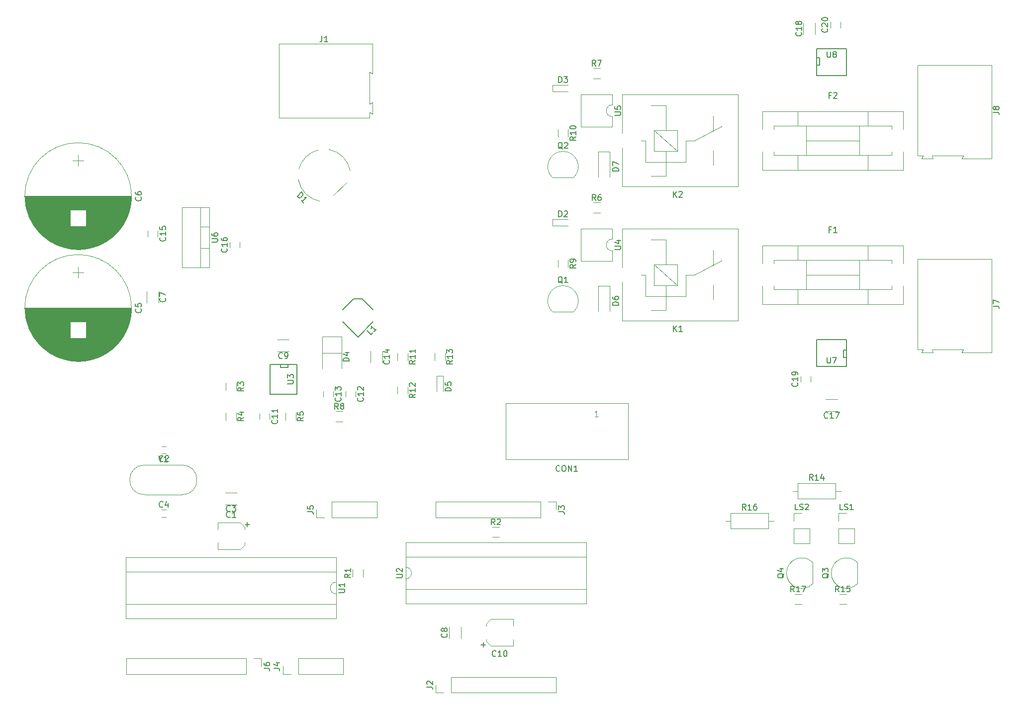
<source format=gbr>
G04 #@! TF.FileFunction,Legend,Top*
%FSLAX46Y46*%
G04 Gerber Fmt 4.6, Leading zero omitted, Abs format (unit mm)*
G04 Created by KiCad (PCBNEW 4.0.7) date Mon Feb  5 18:43:38 2018*
%MOMM*%
%LPD*%
G01*
G04 APERTURE LIST*
%ADD10C,0.100000*%
%ADD11C,0.120000*%
%ADD12C,0.150000*%
G04 APERTURE END LIST*
D10*
D11*
X94865000Y-135015000D02*
X94865000Y-133845000D01*
X94865000Y-130445000D02*
X94865000Y-131615000D01*
X99445000Y-131205000D02*
X99445000Y-131615000D01*
X99445000Y-134255000D02*
X99445000Y-133845000D01*
X98675000Y-135015000D02*
X94865000Y-135015000D01*
X98675000Y-135015000D02*
X99445000Y-134255000D01*
X98675000Y-130445000D02*
X94865000Y-130445000D01*
X98675000Y-130445000D02*
X99445000Y-131205000D01*
X85375000Y-117510000D02*
X86075000Y-117510000D01*
X86075000Y-118710000D02*
X85375000Y-118710000D01*
X96155000Y-127385000D02*
X98155000Y-127385000D01*
X98155000Y-125345000D02*
X96155000Y-125345000D01*
X86075000Y-129505000D02*
X85375000Y-129505000D01*
X85375000Y-128305000D02*
X86075000Y-128305000D01*
X80210000Y-93920000D02*
G75*
G03X80210000Y-93920000I-9090000J0D01*
G01*
X80170000Y-93920000D02*
X62070000Y-93920000D01*
X80170000Y-93960000D02*
X62070000Y-93960000D01*
X80170000Y-94000000D02*
X62070000Y-94000000D01*
X80170000Y-94040000D02*
X62070000Y-94040000D01*
X80169000Y-94080000D02*
X62071000Y-94080000D01*
X80168000Y-94120000D02*
X62072000Y-94120000D01*
X80167000Y-94160000D02*
X62073000Y-94160000D01*
X80166000Y-94200000D02*
X62074000Y-94200000D01*
X80165000Y-94240000D02*
X62075000Y-94240000D01*
X80163000Y-94280000D02*
X62077000Y-94280000D01*
X80162000Y-94320000D02*
X62078000Y-94320000D01*
X80160000Y-94360000D02*
X62080000Y-94360000D01*
X80158000Y-94400000D02*
X62082000Y-94400000D01*
X80156000Y-94440000D02*
X62084000Y-94440000D01*
X80153000Y-94480000D02*
X62087000Y-94480000D01*
X80151000Y-94520000D02*
X62089000Y-94520000D01*
X80148000Y-94560000D02*
X62092000Y-94560000D01*
X80145000Y-94600000D02*
X62095000Y-94600000D01*
X80142000Y-94641000D02*
X62098000Y-94641000D01*
X80139000Y-94681000D02*
X62101000Y-94681000D01*
X80135000Y-94721000D02*
X62105000Y-94721000D01*
X80132000Y-94761000D02*
X62108000Y-94761000D01*
X80128000Y-94801000D02*
X62112000Y-94801000D01*
X80124000Y-94841000D02*
X62116000Y-94841000D01*
X80120000Y-94881000D02*
X62120000Y-94881000D01*
X80115000Y-94921000D02*
X62125000Y-94921000D01*
X80111000Y-94961000D02*
X62129000Y-94961000D01*
X80106000Y-95001000D02*
X62134000Y-95001000D01*
X80101000Y-95041000D02*
X62139000Y-95041000D01*
X80096000Y-95081000D02*
X62144000Y-95081000D01*
X80091000Y-95121000D02*
X62149000Y-95121000D01*
X80086000Y-95161000D02*
X62154000Y-95161000D01*
X80080000Y-95201000D02*
X62160000Y-95201000D01*
X80074000Y-95241000D02*
X62166000Y-95241000D01*
X80068000Y-95281000D02*
X62172000Y-95281000D01*
X80062000Y-95321000D02*
X62178000Y-95321000D01*
X80056000Y-95361000D02*
X62184000Y-95361000D01*
X80049000Y-95401000D02*
X62191000Y-95401000D01*
X80043000Y-95441000D02*
X62197000Y-95441000D01*
X80036000Y-95481000D02*
X62204000Y-95481000D01*
X80029000Y-95521000D02*
X62211000Y-95521000D01*
X80021000Y-95561000D02*
X62219000Y-95561000D01*
X80014000Y-95601000D02*
X62226000Y-95601000D01*
X80006000Y-95641000D02*
X62234000Y-95641000D01*
X79998000Y-95681000D02*
X62242000Y-95681000D01*
X79990000Y-95721000D02*
X62250000Y-95721000D01*
X79982000Y-95761000D02*
X62258000Y-95761000D01*
X79974000Y-95801000D02*
X62266000Y-95801000D01*
X79965000Y-95841000D02*
X62275000Y-95841000D01*
X79957000Y-95881000D02*
X62283000Y-95881000D01*
X79948000Y-95921000D02*
X62292000Y-95921000D01*
X79939000Y-95961000D02*
X62301000Y-95961000D01*
X79929000Y-96001000D02*
X62311000Y-96001000D01*
X79920000Y-96041000D02*
X62320000Y-96041000D01*
X79910000Y-96081000D02*
X62330000Y-96081000D01*
X79900000Y-96121000D02*
X62340000Y-96121000D01*
X79890000Y-96161000D02*
X62350000Y-96161000D01*
X79880000Y-96201000D02*
X62360000Y-96201000D01*
X79869000Y-96241000D02*
X62371000Y-96241000D01*
X79859000Y-96281000D02*
X62381000Y-96281000D01*
X79848000Y-96321000D02*
X72500000Y-96321000D01*
X69740000Y-96321000D02*
X62392000Y-96321000D01*
X79837000Y-96361000D02*
X72500000Y-96361000D01*
X69740000Y-96361000D02*
X62403000Y-96361000D01*
X79826000Y-96401000D02*
X72500000Y-96401000D01*
X69740000Y-96401000D02*
X62414000Y-96401000D01*
X79814000Y-96441000D02*
X72500000Y-96441000D01*
X69740000Y-96441000D02*
X62426000Y-96441000D01*
X79803000Y-96481000D02*
X72500000Y-96481000D01*
X69740000Y-96481000D02*
X62437000Y-96481000D01*
X79791000Y-96521000D02*
X72500000Y-96521000D01*
X69740000Y-96521000D02*
X62449000Y-96521000D01*
X79779000Y-96561000D02*
X72500000Y-96561000D01*
X69740000Y-96561000D02*
X62461000Y-96561000D01*
X79766000Y-96601000D02*
X72500000Y-96601000D01*
X69740000Y-96601000D02*
X62474000Y-96601000D01*
X79754000Y-96641000D02*
X72500000Y-96641000D01*
X69740000Y-96641000D02*
X62486000Y-96641000D01*
X79741000Y-96681000D02*
X72500000Y-96681000D01*
X69740000Y-96681000D02*
X62499000Y-96681000D01*
X79729000Y-96721000D02*
X72500000Y-96721000D01*
X69740000Y-96721000D02*
X62511000Y-96721000D01*
X79715000Y-96761000D02*
X72500000Y-96761000D01*
X69740000Y-96761000D02*
X62525000Y-96761000D01*
X79702000Y-96801000D02*
X72500000Y-96801000D01*
X69740000Y-96801000D02*
X62538000Y-96801000D01*
X79689000Y-96841000D02*
X72500000Y-96841000D01*
X69740000Y-96841000D02*
X62551000Y-96841000D01*
X79675000Y-96881000D02*
X72500000Y-96881000D01*
X69740000Y-96881000D02*
X62565000Y-96881000D01*
X79661000Y-96921000D02*
X72500000Y-96921000D01*
X69740000Y-96921000D02*
X62579000Y-96921000D01*
X79647000Y-96961000D02*
X72500000Y-96961000D01*
X69740000Y-96961000D02*
X62593000Y-96961000D01*
X79633000Y-97001000D02*
X72500000Y-97001000D01*
X69740000Y-97001000D02*
X62607000Y-97001000D01*
X79618000Y-97041000D02*
X72500000Y-97041000D01*
X69740000Y-97041000D02*
X62622000Y-97041000D01*
X79604000Y-97081000D02*
X72500000Y-97081000D01*
X69740000Y-97081000D02*
X62636000Y-97081000D01*
X79589000Y-97121000D02*
X72500000Y-97121000D01*
X69740000Y-97121000D02*
X62651000Y-97121000D01*
X79573000Y-97161000D02*
X72500000Y-97161000D01*
X69740000Y-97161000D02*
X62667000Y-97161000D01*
X79558000Y-97201000D02*
X72500000Y-97201000D01*
X69740000Y-97201000D02*
X62682000Y-97201000D01*
X79543000Y-97241000D02*
X72500000Y-97241000D01*
X69740000Y-97241000D02*
X62697000Y-97241000D01*
X79527000Y-97281000D02*
X72500000Y-97281000D01*
X69740000Y-97281000D02*
X62713000Y-97281000D01*
X79511000Y-97321000D02*
X72500000Y-97321000D01*
X69740000Y-97321000D02*
X62729000Y-97321000D01*
X79494000Y-97361000D02*
X72500000Y-97361000D01*
X69740000Y-97361000D02*
X62746000Y-97361000D01*
X79478000Y-97401000D02*
X72500000Y-97401000D01*
X69740000Y-97401000D02*
X62762000Y-97401000D01*
X79461000Y-97441000D02*
X72500000Y-97441000D01*
X69740000Y-97441000D02*
X62779000Y-97441000D01*
X79444000Y-97481000D02*
X72500000Y-97481000D01*
X69740000Y-97481000D02*
X62796000Y-97481000D01*
X79427000Y-97521000D02*
X72500000Y-97521000D01*
X69740000Y-97521000D02*
X62813000Y-97521000D01*
X79410000Y-97561000D02*
X72500000Y-97561000D01*
X69740000Y-97561000D02*
X62830000Y-97561000D01*
X79392000Y-97601000D02*
X72500000Y-97601000D01*
X69740000Y-97601000D02*
X62848000Y-97601000D01*
X79374000Y-97641000D02*
X72500000Y-97641000D01*
X69740000Y-97641000D02*
X62866000Y-97641000D01*
X79356000Y-97681000D02*
X72500000Y-97681000D01*
X69740000Y-97681000D02*
X62884000Y-97681000D01*
X79338000Y-97721000D02*
X72500000Y-97721000D01*
X69740000Y-97721000D02*
X62902000Y-97721000D01*
X79320000Y-97761000D02*
X72500000Y-97761000D01*
X69740000Y-97761000D02*
X62920000Y-97761000D01*
X79301000Y-97801000D02*
X72500000Y-97801000D01*
X69740000Y-97801000D02*
X62939000Y-97801000D01*
X79282000Y-97841000D02*
X72500000Y-97841000D01*
X69740000Y-97841000D02*
X62958000Y-97841000D01*
X79263000Y-97881000D02*
X72500000Y-97881000D01*
X69740000Y-97881000D02*
X62977000Y-97881000D01*
X79243000Y-97921000D02*
X72500000Y-97921000D01*
X69740000Y-97921000D02*
X62997000Y-97921000D01*
X79223000Y-97961000D02*
X72500000Y-97961000D01*
X69740000Y-97961000D02*
X63017000Y-97961000D01*
X79203000Y-98001000D02*
X72500000Y-98001000D01*
X69740000Y-98001000D02*
X63037000Y-98001000D01*
X79183000Y-98041000D02*
X72500000Y-98041000D01*
X69740000Y-98041000D02*
X63057000Y-98041000D01*
X79163000Y-98081000D02*
X72500000Y-98081000D01*
X69740000Y-98081000D02*
X63077000Y-98081000D01*
X79142000Y-98121000D02*
X72500000Y-98121000D01*
X69740000Y-98121000D02*
X63098000Y-98121000D01*
X79121000Y-98161000D02*
X72500000Y-98161000D01*
X69740000Y-98161000D02*
X63119000Y-98161000D01*
X79100000Y-98201000D02*
X72500000Y-98201000D01*
X69740000Y-98201000D02*
X63140000Y-98201000D01*
X79078000Y-98241000D02*
X72500000Y-98241000D01*
X69740000Y-98241000D02*
X63162000Y-98241000D01*
X79057000Y-98281000D02*
X72500000Y-98281000D01*
X69740000Y-98281000D02*
X63183000Y-98281000D01*
X79035000Y-98321000D02*
X72500000Y-98321000D01*
X69740000Y-98321000D02*
X63205000Y-98321000D01*
X79012000Y-98361000D02*
X72500000Y-98361000D01*
X69740000Y-98361000D02*
X63228000Y-98361000D01*
X78990000Y-98401000D02*
X72500000Y-98401000D01*
X69740000Y-98401000D02*
X63250000Y-98401000D01*
X78967000Y-98441000D02*
X72500000Y-98441000D01*
X69740000Y-98441000D02*
X63273000Y-98441000D01*
X78944000Y-98481000D02*
X72500000Y-98481000D01*
X69740000Y-98481000D02*
X63296000Y-98481000D01*
X78921000Y-98521000D02*
X72500000Y-98521000D01*
X69740000Y-98521000D02*
X63319000Y-98521000D01*
X78897000Y-98561000D02*
X72500000Y-98561000D01*
X69740000Y-98561000D02*
X63343000Y-98561000D01*
X78873000Y-98601000D02*
X72500000Y-98601000D01*
X69740000Y-98601000D02*
X63367000Y-98601000D01*
X78849000Y-98641000D02*
X72500000Y-98641000D01*
X69740000Y-98641000D02*
X63391000Y-98641000D01*
X78825000Y-98681000D02*
X72500000Y-98681000D01*
X69740000Y-98681000D02*
X63415000Y-98681000D01*
X78800000Y-98721000D02*
X72500000Y-98721000D01*
X69740000Y-98721000D02*
X63440000Y-98721000D01*
X78775000Y-98761000D02*
X72500000Y-98761000D01*
X69740000Y-98761000D02*
X63465000Y-98761000D01*
X78750000Y-98801000D02*
X72500000Y-98801000D01*
X69740000Y-98801000D02*
X63490000Y-98801000D01*
X78724000Y-98841000D02*
X72500000Y-98841000D01*
X69740000Y-98841000D02*
X63516000Y-98841000D01*
X78698000Y-98881000D02*
X72500000Y-98881000D01*
X69740000Y-98881000D02*
X63542000Y-98881000D01*
X78672000Y-98921000D02*
X72500000Y-98921000D01*
X69740000Y-98921000D02*
X63568000Y-98921000D01*
X78645000Y-98961000D02*
X72500000Y-98961000D01*
X69740000Y-98961000D02*
X63595000Y-98961000D01*
X78619000Y-99001000D02*
X72500000Y-99001000D01*
X69740000Y-99001000D02*
X63621000Y-99001000D01*
X78591000Y-99041000D02*
X72500000Y-99041000D01*
X69740000Y-99041000D02*
X63649000Y-99041000D01*
X78564000Y-99081000D02*
X63676000Y-99081000D01*
X78536000Y-99121000D02*
X63704000Y-99121000D01*
X78508000Y-99161000D02*
X63732000Y-99161000D01*
X78480000Y-99201000D02*
X63760000Y-99201000D01*
X78451000Y-99241000D02*
X63789000Y-99241000D01*
X78422000Y-99281000D02*
X63818000Y-99281000D01*
X78393000Y-99321000D02*
X63847000Y-99321000D01*
X78363000Y-99361000D02*
X63877000Y-99361000D01*
X78333000Y-99401000D02*
X63907000Y-99401000D01*
X78303000Y-99441000D02*
X63937000Y-99441000D01*
X78272000Y-99481000D02*
X63968000Y-99481000D01*
X78241000Y-99521000D02*
X63999000Y-99521000D01*
X78209000Y-99561000D02*
X64031000Y-99561000D01*
X78177000Y-99601000D02*
X64063000Y-99601000D01*
X78145000Y-99641000D02*
X64095000Y-99641000D01*
X78113000Y-99681000D02*
X64127000Y-99681000D01*
X78080000Y-99721000D02*
X64160000Y-99721000D01*
X78046000Y-99761000D02*
X64194000Y-99761000D01*
X78013000Y-99801000D02*
X64227000Y-99801000D01*
X77978000Y-99841000D02*
X64262000Y-99841000D01*
X77944000Y-99881000D02*
X64296000Y-99881000D01*
X77909000Y-99921000D02*
X64331000Y-99921000D01*
X77874000Y-99961000D02*
X64366000Y-99961000D01*
X77838000Y-100001000D02*
X64402000Y-100001000D01*
X77802000Y-100041000D02*
X64438000Y-100041000D01*
X77765000Y-100081000D02*
X64475000Y-100081000D01*
X77728000Y-100121000D02*
X64512000Y-100121000D01*
X77690000Y-100161000D02*
X64550000Y-100161000D01*
X77652000Y-100201000D02*
X64588000Y-100201000D01*
X77614000Y-100241000D02*
X64626000Y-100241000D01*
X77575000Y-100281000D02*
X64665000Y-100281000D01*
X77536000Y-100321000D02*
X64704000Y-100321000D01*
X77496000Y-100361000D02*
X64744000Y-100361000D01*
X77455000Y-100401000D02*
X64785000Y-100401000D01*
X77414000Y-100441000D02*
X64826000Y-100441000D01*
X77373000Y-100481000D02*
X64867000Y-100481000D01*
X77331000Y-100521000D02*
X64909000Y-100521000D01*
X77288000Y-100561000D02*
X64952000Y-100561000D01*
X77245000Y-100601000D02*
X64995000Y-100601000D01*
X77202000Y-100641000D02*
X65038000Y-100641000D01*
X77158000Y-100681000D02*
X65082000Y-100681000D01*
X77113000Y-100721000D02*
X65127000Y-100721000D01*
X77067000Y-100761000D02*
X65173000Y-100761000D01*
X77021000Y-100801000D02*
X65219000Y-100801000D01*
X76975000Y-100841000D02*
X65265000Y-100841000D01*
X76927000Y-100881000D02*
X65313000Y-100881000D01*
X76879000Y-100921000D02*
X65361000Y-100921000D01*
X76831000Y-100961000D02*
X65409000Y-100961000D01*
X76782000Y-101001000D02*
X65458000Y-101001000D01*
X76731000Y-101041000D02*
X65509000Y-101041000D01*
X76681000Y-101081000D02*
X65559000Y-101081000D01*
X76629000Y-101121000D02*
X65611000Y-101121000D01*
X76577000Y-101161000D02*
X65663000Y-101161000D01*
X76524000Y-101201000D02*
X65716000Y-101201000D01*
X76470000Y-101241000D02*
X65770000Y-101241000D01*
X76415000Y-101281000D02*
X65825000Y-101281000D01*
X76360000Y-101321000D02*
X65880000Y-101321000D01*
X76303000Y-101361000D02*
X65937000Y-101361000D01*
X76246000Y-101401000D02*
X65994000Y-101401000D01*
X76187000Y-101441000D02*
X66053000Y-101441000D01*
X76128000Y-101481000D02*
X66112000Y-101481000D01*
X76067000Y-101521000D02*
X66173000Y-101521000D01*
X76006000Y-101561000D02*
X66234000Y-101561000D01*
X75943000Y-101601000D02*
X66297000Y-101601000D01*
X75879000Y-101641000D02*
X66361000Y-101641000D01*
X75814000Y-101681000D02*
X66426000Y-101681000D01*
X75748000Y-101721000D02*
X66492000Y-101721000D01*
X75681000Y-101761000D02*
X66559000Y-101761000D01*
X75612000Y-101801000D02*
X66628000Y-101801000D01*
X75542000Y-101841000D02*
X66698000Y-101841000D01*
X75470000Y-101881000D02*
X66770000Y-101881000D01*
X75397000Y-101921000D02*
X66843000Y-101921000D01*
X75322000Y-101961000D02*
X66918000Y-101961000D01*
X75245000Y-102001000D02*
X66995000Y-102001000D01*
X75166000Y-102041000D02*
X67074000Y-102041000D01*
X75086000Y-102081000D02*
X67154000Y-102081000D01*
X75003000Y-102120000D02*
X67237000Y-102120000D01*
X74919000Y-102160000D02*
X67321000Y-102160000D01*
X74831000Y-102200000D02*
X67409000Y-102200000D01*
X74742000Y-102240000D02*
X67498000Y-102240000D01*
X74650000Y-102280000D02*
X67590000Y-102280000D01*
X74554000Y-102320000D02*
X67686000Y-102320000D01*
X74456000Y-102360000D02*
X67784000Y-102360000D01*
X74354000Y-102400000D02*
X67886000Y-102400000D01*
X74249000Y-102440000D02*
X67991000Y-102440000D01*
X74139000Y-102480000D02*
X68101000Y-102480000D01*
X74025000Y-102520000D02*
X68215000Y-102520000D01*
X73905000Y-102560000D02*
X68335000Y-102560000D01*
X73780000Y-102600000D02*
X68460000Y-102600000D01*
X73648000Y-102640000D02*
X68592000Y-102640000D01*
X73508000Y-102680000D02*
X68732000Y-102680000D01*
X73358000Y-102720000D02*
X68882000Y-102720000D01*
X73198000Y-102760000D02*
X69042000Y-102760000D01*
X73023000Y-102800000D02*
X69217000Y-102800000D01*
X72830000Y-102840000D02*
X69410000Y-102840000D01*
X72612000Y-102880000D02*
X69628000Y-102880000D01*
X72356000Y-102920000D02*
X69884000Y-102920000D01*
X72033000Y-102960000D02*
X70207000Y-102960000D01*
X71507000Y-103000000D02*
X70733000Y-103000000D01*
X71120000Y-86970000D02*
X71120000Y-88770000D01*
X72020000Y-87870000D02*
X70220000Y-87870000D01*
X80210000Y-74870000D02*
G75*
G03X80210000Y-74870000I-9090000J0D01*
G01*
X80170000Y-74870000D02*
X62070000Y-74870000D01*
X80170000Y-74910000D02*
X62070000Y-74910000D01*
X80170000Y-74950000D02*
X62070000Y-74950000D01*
X80170000Y-74990000D02*
X62070000Y-74990000D01*
X80169000Y-75030000D02*
X62071000Y-75030000D01*
X80168000Y-75070000D02*
X62072000Y-75070000D01*
X80167000Y-75110000D02*
X62073000Y-75110000D01*
X80166000Y-75150000D02*
X62074000Y-75150000D01*
X80165000Y-75190000D02*
X62075000Y-75190000D01*
X80163000Y-75230000D02*
X62077000Y-75230000D01*
X80162000Y-75270000D02*
X62078000Y-75270000D01*
X80160000Y-75310000D02*
X62080000Y-75310000D01*
X80158000Y-75350000D02*
X62082000Y-75350000D01*
X80156000Y-75390000D02*
X62084000Y-75390000D01*
X80153000Y-75430000D02*
X62087000Y-75430000D01*
X80151000Y-75470000D02*
X62089000Y-75470000D01*
X80148000Y-75510000D02*
X62092000Y-75510000D01*
X80145000Y-75550000D02*
X62095000Y-75550000D01*
X80142000Y-75591000D02*
X62098000Y-75591000D01*
X80139000Y-75631000D02*
X62101000Y-75631000D01*
X80135000Y-75671000D02*
X62105000Y-75671000D01*
X80132000Y-75711000D02*
X62108000Y-75711000D01*
X80128000Y-75751000D02*
X62112000Y-75751000D01*
X80124000Y-75791000D02*
X62116000Y-75791000D01*
X80120000Y-75831000D02*
X62120000Y-75831000D01*
X80115000Y-75871000D02*
X62125000Y-75871000D01*
X80111000Y-75911000D02*
X62129000Y-75911000D01*
X80106000Y-75951000D02*
X62134000Y-75951000D01*
X80101000Y-75991000D02*
X62139000Y-75991000D01*
X80096000Y-76031000D02*
X62144000Y-76031000D01*
X80091000Y-76071000D02*
X62149000Y-76071000D01*
X80086000Y-76111000D02*
X62154000Y-76111000D01*
X80080000Y-76151000D02*
X62160000Y-76151000D01*
X80074000Y-76191000D02*
X62166000Y-76191000D01*
X80068000Y-76231000D02*
X62172000Y-76231000D01*
X80062000Y-76271000D02*
X62178000Y-76271000D01*
X80056000Y-76311000D02*
X62184000Y-76311000D01*
X80049000Y-76351000D02*
X62191000Y-76351000D01*
X80043000Y-76391000D02*
X62197000Y-76391000D01*
X80036000Y-76431000D02*
X62204000Y-76431000D01*
X80029000Y-76471000D02*
X62211000Y-76471000D01*
X80021000Y-76511000D02*
X62219000Y-76511000D01*
X80014000Y-76551000D02*
X62226000Y-76551000D01*
X80006000Y-76591000D02*
X62234000Y-76591000D01*
X79998000Y-76631000D02*
X62242000Y-76631000D01*
X79990000Y-76671000D02*
X62250000Y-76671000D01*
X79982000Y-76711000D02*
X62258000Y-76711000D01*
X79974000Y-76751000D02*
X62266000Y-76751000D01*
X79965000Y-76791000D02*
X62275000Y-76791000D01*
X79957000Y-76831000D02*
X62283000Y-76831000D01*
X79948000Y-76871000D02*
X62292000Y-76871000D01*
X79939000Y-76911000D02*
X62301000Y-76911000D01*
X79929000Y-76951000D02*
X62311000Y-76951000D01*
X79920000Y-76991000D02*
X62320000Y-76991000D01*
X79910000Y-77031000D02*
X62330000Y-77031000D01*
X79900000Y-77071000D02*
X62340000Y-77071000D01*
X79890000Y-77111000D02*
X62350000Y-77111000D01*
X79880000Y-77151000D02*
X62360000Y-77151000D01*
X79869000Y-77191000D02*
X62371000Y-77191000D01*
X79859000Y-77231000D02*
X62381000Y-77231000D01*
X79848000Y-77271000D02*
X72500000Y-77271000D01*
X69740000Y-77271000D02*
X62392000Y-77271000D01*
X79837000Y-77311000D02*
X72500000Y-77311000D01*
X69740000Y-77311000D02*
X62403000Y-77311000D01*
X79826000Y-77351000D02*
X72500000Y-77351000D01*
X69740000Y-77351000D02*
X62414000Y-77351000D01*
X79814000Y-77391000D02*
X72500000Y-77391000D01*
X69740000Y-77391000D02*
X62426000Y-77391000D01*
X79803000Y-77431000D02*
X72500000Y-77431000D01*
X69740000Y-77431000D02*
X62437000Y-77431000D01*
X79791000Y-77471000D02*
X72500000Y-77471000D01*
X69740000Y-77471000D02*
X62449000Y-77471000D01*
X79779000Y-77511000D02*
X72500000Y-77511000D01*
X69740000Y-77511000D02*
X62461000Y-77511000D01*
X79766000Y-77551000D02*
X72500000Y-77551000D01*
X69740000Y-77551000D02*
X62474000Y-77551000D01*
X79754000Y-77591000D02*
X72500000Y-77591000D01*
X69740000Y-77591000D02*
X62486000Y-77591000D01*
X79741000Y-77631000D02*
X72500000Y-77631000D01*
X69740000Y-77631000D02*
X62499000Y-77631000D01*
X79729000Y-77671000D02*
X72500000Y-77671000D01*
X69740000Y-77671000D02*
X62511000Y-77671000D01*
X79715000Y-77711000D02*
X72500000Y-77711000D01*
X69740000Y-77711000D02*
X62525000Y-77711000D01*
X79702000Y-77751000D02*
X72500000Y-77751000D01*
X69740000Y-77751000D02*
X62538000Y-77751000D01*
X79689000Y-77791000D02*
X72500000Y-77791000D01*
X69740000Y-77791000D02*
X62551000Y-77791000D01*
X79675000Y-77831000D02*
X72500000Y-77831000D01*
X69740000Y-77831000D02*
X62565000Y-77831000D01*
X79661000Y-77871000D02*
X72500000Y-77871000D01*
X69740000Y-77871000D02*
X62579000Y-77871000D01*
X79647000Y-77911000D02*
X72500000Y-77911000D01*
X69740000Y-77911000D02*
X62593000Y-77911000D01*
X79633000Y-77951000D02*
X72500000Y-77951000D01*
X69740000Y-77951000D02*
X62607000Y-77951000D01*
X79618000Y-77991000D02*
X72500000Y-77991000D01*
X69740000Y-77991000D02*
X62622000Y-77991000D01*
X79604000Y-78031000D02*
X72500000Y-78031000D01*
X69740000Y-78031000D02*
X62636000Y-78031000D01*
X79589000Y-78071000D02*
X72500000Y-78071000D01*
X69740000Y-78071000D02*
X62651000Y-78071000D01*
X79573000Y-78111000D02*
X72500000Y-78111000D01*
X69740000Y-78111000D02*
X62667000Y-78111000D01*
X79558000Y-78151000D02*
X72500000Y-78151000D01*
X69740000Y-78151000D02*
X62682000Y-78151000D01*
X79543000Y-78191000D02*
X72500000Y-78191000D01*
X69740000Y-78191000D02*
X62697000Y-78191000D01*
X79527000Y-78231000D02*
X72500000Y-78231000D01*
X69740000Y-78231000D02*
X62713000Y-78231000D01*
X79511000Y-78271000D02*
X72500000Y-78271000D01*
X69740000Y-78271000D02*
X62729000Y-78271000D01*
X79494000Y-78311000D02*
X72500000Y-78311000D01*
X69740000Y-78311000D02*
X62746000Y-78311000D01*
X79478000Y-78351000D02*
X72500000Y-78351000D01*
X69740000Y-78351000D02*
X62762000Y-78351000D01*
X79461000Y-78391000D02*
X72500000Y-78391000D01*
X69740000Y-78391000D02*
X62779000Y-78391000D01*
X79444000Y-78431000D02*
X72500000Y-78431000D01*
X69740000Y-78431000D02*
X62796000Y-78431000D01*
X79427000Y-78471000D02*
X72500000Y-78471000D01*
X69740000Y-78471000D02*
X62813000Y-78471000D01*
X79410000Y-78511000D02*
X72500000Y-78511000D01*
X69740000Y-78511000D02*
X62830000Y-78511000D01*
X79392000Y-78551000D02*
X72500000Y-78551000D01*
X69740000Y-78551000D02*
X62848000Y-78551000D01*
X79374000Y-78591000D02*
X72500000Y-78591000D01*
X69740000Y-78591000D02*
X62866000Y-78591000D01*
X79356000Y-78631000D02*
X72500000Y-78631000D01*
X69740000Y-78631000D02*
X62884000Y-78631000D01*
X79338000Y-78671000D02*
X72500000Y-78671000D01*
X69740000Y-78671000D02*
X62902000Y-78671000D01*
X79320000Y-78711000D02*
X72500000Y-78711000D01*
X69740000Y-78711000D02*
X62920000Y-78711000D01*
X79301000Y-78751000D02*
X72500000Y-78751000D01*
X69740000Y-78751000D02*
X62939000Y-78751000D01*
X79282000Y-78791000D02*
X72500000Y-78791000D01*
X69740000Y-78791000D02*
X62958000Y-78791000D01*
X79263000Y-78831000D02*
X72500000Y-78831000D01*
X69740000Y-78831000D02*
X62977000Y-78831000D01*
X79243000Y-78871000D02*
X72500000Y-78871000D01*
X69740000Y-78871000D02*
X62997000Y-78871000D01*
X79223000Y-78911000D02*
X72500000Y-78911000D01*
X69740000Y-78911000D02*
X63017000Y-78911000D01*
X79203000Y-78951000D02*
X72500000Y-78951000D01*
X69740000Y-78951000D02*
X63037000Y-78951000D01*
X79183000Y-78991000D02*
X72500000Y-78991000D01*
X69740000Y-78991000D02*
X63057000Y-78991000D01*
X79163000Y-79031000D02*
X72500000Y-79031000D01*
X69740000Y-79031000D02*
X63077000Y-79031000D01*
X79142000Y-79071000D02*
X72500000Y-79071000D01*
X69740000Y-79071000D02*
X63098000Y-79071000D01*
X79121000Y-79111000D02*
X72500000Y-79111000D01*
X69740000Y-79111000D02*
X63119000Y-79111000D01*
X79100000Y-79151000D02*
X72500000Y-79151000D01*
X69740000Y-79151000D02*
X63140000Y-79151000D01*
X79078000Y-79191000D02*
X72500000Y-79191000D01*
X69740000Y-79191000D02*
X63162000Y-79191000D01*
X79057000Y-79231000D02*
X72500000Y-79231000D01*
X69740000Y-79231000D02*
X63183000Y-79231000D01*
X79035000Y-79271000D02*
X72500000Y-79271000D01*
X69740000Y-79271000D02*
X63205000Y-79271000D01*
X79012000Y-79311000D02*
X72500000Y-79311000D01*
X69740000Y-79311000D02*
X63228000Y-79311000D01*
X78990000Y-79351000D02*
X72500000Y-79351000D01*
X69740000Y-79351000D02*
X63250000Y-79351000D01*
X78967000Y-79391000D02*
X72500000Y-79391000D01*
X69740000Y-79391000D02*
X63273000Y-79391000D01*
X78944000Y-79431000D02*
X72500000Y-79431000D01*
X69740000Y-79431000D02*
X63296000Y-79431000D01*
X78921000Y-79471000D02*
X72500000Y-79471000D01*
X69740000Y-79471000D02*
X63319000Y-79471000D01*
X78897000Y-79511000D02*
X72500000Y-79511000D01*
X69740000Y-79511000D02*
X63343000Y-79511000D01*
X78873000Y-79551000D02*
X72500000Y-79551000D01*
X69740000Y-79551000D02*
X63367000Y-79551000D01*
X78849000Y-79591000D02*
X72500000Y-79591000D01*
X69740000Y-79591000D02*
X63391000Y-79591000D01*
X78825000Y-79631000D02*
X72500000Y-79631000D01*
X69740000Y-79631000D02*
X63415000Y-79631000D01*
X78800000Y-79671000D02*
X72500000Y-79671000D01*
X69740000Y-79671000D02*
X63440000Y-79671000D01*
X78775000Y-79711000D02*
X72500000Y-79711000D01*
X69740000Y-79711000D02*
X63465000Y-79711000D01*
X78750000Y-79751000D02*
X72500000Y-79751000D01*
X69740000Y-79751000D02*
X63490000Y-79751000D01*
X78724000Y-79791000D02*
X72500000Y-79791000D01*
X69740000Y-79791000D02*
X63516000Y-79791000D01*
X78698000Y-79831000D02*
X72500000Y-79831000D01*
X69740000Y-79831000D02*
X63542000Y-79831000D01*
X78672000Y-79871000D02*
X72500000Y-79871000D01*
X69740000Y-79871000D02*
X63568000Y-79871000D01*
X78645000Y-79911000D02*
X72500000Y-79911000D01*
X69740000Y-79911000D02*
X63595000Y-79911000D01*
X78619000Y-79951000D02*
X72500000Y-79951000D01*
X69740000Y-79951000D02*
X63621000Y-79951000D01*
X78591000Y-79991000D02*
X72500000Y-79991000D01*
X69740000Y-79991000D02*
X63649000Y-79991000D01*
X78564000Y-80031000D02*
X63676000Y-80031000D01*
X78536000Y-80071000D02*
X63704000Y-80071000D01*
X78508000Y-80111000D02*
X63732000Y-80111000D01*
X78480000Y-80151000D02*
X63760000Y-80151000D01*
X78451000Y-80191000D02*
X63789000Y-80191000D01*
X78422000Y-80231000D02*
X63818000Y-80231000D01*
X78393000Y-80271000D02*
X63847000Y-80271000D01*
X78363000Y-80311000D02*
X63877000Y-80311000D01*
X78333000Y-80351000D02*
X63907000Y-80351000D01*
X78303000Y-80391000D02*
X63937000Y-80391000D01*
X78272000Y-80431000D02*
X63968000Y-80431000D01*
X78241000Y-80471000D02*
X63999000Y-80471000D01*
X78209000Y-80511000D02*
X64031000Y-80511000D01*
X78177000Y-80551000D02*
X64063000Y-80551000D01*
X78145000Y-80591000D02*
X64095000Y-80591000D01*
X78113000Y-80631000D02*
X64127000Y-80631000D01*
X78080000Y-80671000D02*
X64160000Y-80671000D01*
X78046000Y-80711000D02*
X64194000Y-80711000D01*
X78013000Y-80751000D02*
X64227000Y-80751000D01*
X77978000Y-80791000D02*
X64262000Y-80791000D01*
X77944000Y-80831000D02*
X64296000Y-80831000D01*
X77909000Y-80871000D02*
X64331000Y-80871000D01*
X77874000Y-80911000D02*
X64366000Y-80911000D01*
X77838000Y-80951000D02*
X64402000Y-80951000D01*
X77802000Y-80991000D02*
X64438000Y-80991000D01*
X77765000Y-81031000D02*
X64475000Y-81031000D01*
X77728000Y-81071000D02*
X64512000Y-81071000D01*
X77690000Y-81111000D02*
X64550000Y-81111000D01*
X77652000Y-81151000D02*
X64588000Y-81151000D01*
X77614000Y-81191000D02*
X64626000Y-81191000D01*
X77575000Y-81231000D02*
X64665000Y-81231000D01*
X77536000Y-81271000D02*
X64704000Y-81271000D01*
X77496000Y-81311000D02*
X64744000Y-81311000D01*
X77455000Y-81351000D02*
X64785000Y-81351000D01*
X77414000Y-81391000D02*
X64826000Y-81391000D01*
X77373000Y-81431000D02*
X64867000Y-81431000D01*
X77331000Y-81471000D02*
X64909000Y-81471000D01*
X77288000Y-81511000D02*
X64952000Y-81511000D01*
X77245000Y-81551000D02*
X64995000Y-81551000D01*
X77202000Y-81591000D02*
X65038000Y-81591000D01*
X77158000Y-81631000D02*
X65082000Y-81631000D01*
X77113000Y-81671000D02*
X65127000Y-81671000D01*
X77067000Y-81711000D02*
X65173000Y-81711000D01*
X77021000Y-81751000D02*
X65219000Y-81751000D01*
X76975000Y-81791000D02*
X65265000Y-81791000D01*
X76927000Y-81831000D02*
X65313000Y-81831000D01*
X76879000Y-81871000D02*
X65361000Y-81871000D01*
X76831000Y-81911000D02*
X65409000Y-81911000D01*
X76782000Y-81951000D02*
X65458000Y-81951000D01*
X76731000Y-81991000D02*
X65509000Y-81991000D01*
X76681000Y-82031000D02*
X65559000Y-82031000D01*
X76629000Y-82071000D02*
X65611000Y-82071000D01*
X76577000Y-82111000D02*
X65663000Y-82111000D01*
X76524000Y-82151000D02*
X65716000Y-82151000D01*
X76470000Y-82191000D02*
X65770000Y-82191000D01*
X76415000Y-82231000D02*
X65825000Y-82231000D01*
X76360000Y-82271000D02*
X65880000Y-82271000D01*
X76303000Y-82311000D02*
X65937000Y-82311000D01*
X76246000Y-82351000D02*
X65994000Y-82351000D01*
X76187000Y-82391000D02*
X66053000Y-82391000D01*
X76128000Y-82431000D02*
X66112000Y-82431000D01*
X76067000Y-82471000D02*
X66173000Y-82471000D01*
X76006000Y-82511000D02*
X66234000Y-82511000D01*
X75943000Y-82551000D02*
X66297000Y-82551000D01*
X75879000Y-82591000D02*
X66361000Y-82591000D01*
X75814000Y-82631000D02*
X66426000Y-82631000D01*
X75748000Y-82671000D02*
X66492000Y-82671000D01*
X75681000Y-82711000D02*
X66559000Y-82711000D01*
X75612000Y-82751000D02*
X66628000Y-82751000D01*
X75542000Y-82791000D02*
X66698000Y-82791000D01*
X75470000Y-82831000D02*
X66770000Y-82831000D01*
X75397000Y-82871000D02*
X66843000Y-82871000D01*
X75322000Y-82911000D02*
X66918000Y-82911000D01*
X75245000Y-82951000D02*
X66995000Y-82951000D01*
X75166000Y-82991000D02*
X67074000Y-82991000D01*
X75086000Y-83031000D02*
X67154000Y-83031000D01*
X75003000Y-83070000D02*
X67237000Y-83070000D01*
X74919000Y-83110000D02*
X67321000Y-83110000D01*
X74831000Y-83150000D02*
X67409000Y-83150000D01*
X74742000Y-83190000D02*
X67498000Y-83190000D01*
X74650000Y-83230000D02*
X67590000Y-83230000D01*
X74554000Y-83270000D02*
X67686000Y-83270000D01*
X74456000Y-83310000D02*
X67784000Y-83310000D01*
X74354000Y-83350000D02*
X67886000Y-83350000D01*
X74249000Y-83390000D02*
X67991000Y-83390000D01*
X74139000Y-83430000D02*
X68101000Y-83430000D01*
X74025000Y-83470000D02*
X68215000Y-83470000D01*
X73905000Y-83510000D02*
X68335000Y-83510000D01*
X73780000Y-83550000D02*
X68460000Y-83550000D01*
X73648000Y-83590000D02*
X68592000Y-83590000D01*
X73508000Y-83630000D02*
X68732000Y-83630000D01*
X73358000Y-83670000D02*
X68882000Y-83670000D01*
X73198000Y-83710000D02*
X69042000Y-83710000D01*
X73023000Y-83750000D02*
X69217000Y-83750000D01*
X72830000Y-83790000D02*
X69410000Y-83790000D01*
X72612000Y-83830000D02*
X69628000Y-83830000D01*
X72356000Y-83870000D02*
X69884000Y-83870000D01*
X72033000Y-83910000D02*
X70207000Y-83910000D01*
X71507000Y-83950000D02*
X70733000Y-83950000D01*
X71120000Y-67920000D02*
X71120000Y-69720000D01*
X72020000Y-68820000D02*
X70220000Y-68820000D01*
X84840000Y-93075000D02*
X84840000Y-91075000D01*
X82800000Y-91075000D02*
X82800000Y-93075000D01*
X134235000Y-148225000D02*
X134235000Y-150225000D01*
X136275000Y-150225000D02*
X136275000Y-148225000D01*
X105045000Y-101350000D02*
X107045000Y-101350000D01*
X107045000Y-99310000D02*
X105045000Y-99310000D01*
X145165000Y-146925000D02*
X145165000Y-148095000D01*
X145165000Y-151495000D02*
X145165000Y-150325000D01*
X140585000Y-150735000D02*
X140585000Y-150325000D01*
X140585000Y-147685000D02*
X140585000Y-148095000D01*
X141355000Y-146925000D02*
X145165000Y-146925000D01*
X141355000Y-146925000D02*
X140585000Y-147685000D01*
X141355000Y-151495000D02*
X145165000Y-151495000D01*
X141355000Y-151495000D02*
X140585000Y-150735000D01*
X103720000Y-112895000D02*
X103720000Y-111895000D01*
X102020000Y-111895000D02*
X102020000Y-112895000D01*
X118325000Y-109085000D02*
X118325000Y-108085000D01*
X116625000Y-108085000D02*
X116625000Y-109085000D01*
X114515000Y-109085000D02*
X114515000Y-108085000D01*
X112815000Y-108085000D02*
X112815000Y-109085000D01*
X122940000Y-103235000D02*
X122940000Y-101235000D01*
X120900000Y-101235000D02*
X120900000Y-103235000D01*
X84670000Y-81780000D02*
X84670000Y-80780000D01*
X82970000Y-80780000D02*
X82970000Y-81780000D01*
X198390000Y-111510000D02*
X200390000Y-111510000D01*
X200390000Y-109470000D02*
X198390000Y-109470000D01*
X194560000Y-45355000D02*
X194560000Y-47355000D01*
X196600000Y-47355000D02*
X196600000Y-45355000D01*
X199175000Y-45220000D02*
X199175000Y-46220000D01*
X200875000Y-46220000D02*
X200875000Y-45220000D01*
X164715000Y-119735000D02*
X143895000Y-119735000D01*
X143895000Y-119735000D02*
X143895000Y-110135000D01*
X143895000Y-110135000D02*
X164715000Y-110135000D01*
X164715000Y-110135000D02*
X164715000Y-119735000D01*
X114585635Y-74788579D02*
X116848377Y-72525837D01*
X117441383Y-70592379D02*
G75*
G03X113838223Y-66937572I-4411383J-745519D01*
G01*
X111957824Y-67026015D02*
G75*
G03X108719477Y-70260267I1072176J-4311883D01*
G01*
X108618618Y-72083417D02*
G75*
G03X112221777Y-75738223I4411382J745519D01*
G01*
X151870000Y-78825000D02*
X151870000Y-79925000D01*
X151870000Y-79925000D02*
X154470000Y-79925000D01*
X151870000Y-78825000D02*
X154470000Y-78825000D01*
X151870000Y-55965000D02*
X151870000Y-57065000D01*
X151870000Y-57065000D02*
X154470000Y-57065000D01*
X151870000Y-55965000D02*
X154470000Y-55965000D01*
X115950000Y-101629000D02*
X112650000Y-101629000D01*
X115950000Y-98835000D02*
X112650000Y-98835000D01*
X112650000Y-98835000D02*
X112650000Y-104235000D01*
X115950000Y-98835000D02*
X115950000Y-104235000D01*
X133265000Y-105515000D02*
X132165000Y-105515000D01*
X132165000Y-105515000D02*
X132165000Y-108115000D01*
X133265000Y-105515000D02*
X133265000Y-108115000D01*
X161655000Y-94460000D02*
X161655000Y-90160000D01*
X161655000Y-90160000D02*
X159655000Y-90160000D01*
X159655000Y-90160000D02*
X159655000Y-94460000D01*
X161655000Y-71600000D02*
X161655000Y-67300000D01*
X161655000Y-67300000D02*
X159655000Y-67300000D01*
X159655000Y-67300000D02*
X159655000Y-71600000D01*
X193595000Y-85765000D02*
X193595000Y-83265000D01*
X193595000Y-93265000D02*
X193595000Y-90765000D01*
X205595000Y-93265000D02*
X205595000Y-90765000D01*
X205595000Y-83265000D02*
X205595000Y-85765000D01*
X195095000Y-88265000D02*
X204095000Y-88265000D01*
X195095000Y-85765000D02*
X195095000Y-90765000D01*
X204095000Y-85765000D02*
X204095000Y-90765000D01*
X209595000Y-86365000D02*
X209595000Y-85765000D01*
X189595000Y-90165000D02*
X189595000Y-90765000D01*
X189595000Y-90765000D02*
X209595000Y-90765000D01*
X209595000Y-90765000D02*
X209595000Y-90165000D01*
X209595000Y-85765000D02*
X189595000Y-85765000D01*
X189595000Y-85765000D02*
X189595000Y-86365000D01*
X211595000Y-86365000D02*
X211595000Y-83265000D01*
X187595000Y-90165000D02*
X187595000Y-93265000D01*
X187595000Y-93265000D02*
X211595000Y-93265000D01*
X211595000Y-93265000D02*
X211595000Y-90165000D01*
X211595000Y-83265000D02*
X187595000Y-83265000D01*
X187595000Y-83265000D02*
X187595000Y-86365000D01*
X193595000Y-62905000D02*
X193595000Y-60405000D01*
X193595000Y-70405000D02*
X193595000Y-67905000D01*
X205595000Y-70405000D02*
X205595000Y-67905000D01*
X205595000Y-60405000D02*
X205595000Y-62905000D01*
X195095000Y-65405000D02*
X204095000Y-65405000D01*
X195095000Y-62905000D02*
X195095000Y-67905000D01*
X204095000Y-62905000D02*
X204095000Y-67905000D01*
X209595000Y-63505000D02*
X209595000Y-62905000D01*
X189595000Y-67305000D02*
X189595000Y-67905000D01*
X189595000Y-67905000D02*
X209595000Y-67905000D01*
X209595000Y-67905000D02*
X209595000Y-67305000D01*
X209595000Y-62905000D02*
X189595000Y-62905000D01*
X189595000Y-62905000D02*
X189595000Y-63505000D01*
X211595000Y-63505000D02*
X211595000Y-60405000D01*
X187595000Y-67305000D02*
X187595000Y-70405000D01*
X187595000Y-70405000D02*
X211595000Y-70405000D01*
X211595000Y-70405000D02*
X211595000Y-67305000D01*
X211595000Y-60405000D02*
X187595000Y-60405000D01*
X187595000Y-60405000D02*
X187595000Y-63505000D01*
X105300000Y-48945000D02*
X105300000Y-61545000D01*
X105300000Y-61545000D02*
X120700000Y-61545000D01*
X120700000Y-61545000D02*
X120700000Y-60595000D01*
X120700000Y-60595000D02*
X121200000Y-60895000D01*
X121200000Y-60895000D02*
X121200000Y-58895000D01*
X121200000Y-58895000D02*
X120700000Y-59145000D01*
X120700000Y-59145000D02*
X120700000Y-53745000D01*
X120700000Y-53745000D02*
X121200000Y-53995000D01*
X121200000Y-53995000D02*
X121200000Y-48945000D01*
X121200000Y-48945000D02*
X105300000Y-48945000D01*
X152460000Y-159445000D02*
X152460000Y-156785000D01*
X134620000Y-159445000D02*
X152460000Y-159445000D01*
X134620000Y-156785000D02*
X152460000Y-156785000D01*
X134620000Y-159445000D02*
X134620000Y-156785000D01*
X133350000Y-159445000D02*
X132020000Y-159445000D01*
X132020000Y-159445000D02*
X132020000Y-158115000D01*
X132020000Y-126940000D02*
X132020000Y-129600000D01*
X149860000Y-126940000D02*
X132020000Y-126940000D01*
X149860000Y-129600000D02*
X132020000Y-129600000D01*
X149860000Y-126940000D02*
X149860000Y-129600000D01*
X151130000Y-126940000D02*
X152460000Y-126940000D01*
X152460000Y-126940000D02*
X152460000Y-128270000D01*
X116265000Y-156270000D02*
X116265000Y-153610000D01*
X108585000Y-156270000D02*
X116265000Y-156270000D01*
X108585000Y-153610000D02*
X116265000Y-153610000D01*
X108585000Y-156270000D02*
X108585000Y-153610000D01*
X107315000Y-156270000D02*
X105985000Y-156270000D01*
X105985000Y-156270000D02*
X105985000Y-154940000D01*
X121980000Y-129600000D02*
X121980000Y-126940000D01*
X114300000Y-129600000D02*
X121980000Y-129600000D01*
X114300000Y-126940000D02*
X121980000Y-126940000D01*
X114300000Y-129600000D02*
X114300000Y-126940000D01*
X113030000Y-129600000D02*
X111700000Y-129600000D01*
X111700000Y-129600000D02*
X111700000Y-128270000D01*
X79315000Y-153610000D02*
X79315000Y-156270000D01*
X99695000Y-153610000D02*
X79315000Y-153610000D01*
X99695000Y-156270000D02*
X79315000Y-156270000D01*
X99695000Y-153610000D02*
X99695000Y-156270000D01*
X100965000Y-153610000D02*
X102295000Y-153610000D01*
X102295000Y-153610000D02*
X102295000Y-154940000D01*
X163700000Y-89465000D02*
X163700000Y-96065000D01*
X163700000Y-80465000D02*
X163700000Y-87065000D01*
X163700000Y-80465000D02*
X183500000Y-80465000D01*
X183500000Y-80465000D02*
X183500000Y-96065000D01*
X183500000Y-96065000D02*
X163700000Y-96065000D01*
X179250000Y-92465000D02*
X179250000Y-90015000D01*
X179250000Y-84065000D02*
X179250000Y-86565000D01*
X168650000Y-94315000D02*
X171150000Y-94315000D01*
X167750000Y-88315000D02*
X166950000Y-88315000D01*
X171150000Y-82315000D02*
X168650000Y-82315000D01*
X174550000Y-88315000D02*
X176050000Y-88315000D01*
X176050000Y-88315000D02*
X180650000Y-85815000D01*
X174550000Y-91915000D02*
X167750000Y-91915000D01*
X174550000Y-88315000D02*
X174550000Y-91915000D01*
X167750000Y-88315000D02*
X167750000Y-91915000D01*
X171150000Y-82315000D02*
X171150000Y-86515000D01*
X171150000Y-90115000D02*
X171150000Y-94315000D01*
X173150000Y-90115000D02*
X169150000Y-86515000D01*
X169150000Y-90115000D02*
X169150000Y-86515000D01*
X169150000Y-86515000D02*
X173150000Y-86515000D01*
X173150000Y-86515000D02*
X173150000Y-90115000D01*
X173150000Y-90115000D02*
X169150000Y-90115000D01*
X163700000Y-66605000D02*
X163700000Y-73205000D01*
X163700000Y-57605000D02*
X163700000Y-64205000D01*
X163700000Y-57605000D02*
X183500000Y-57605000D01*
X183500000Y-57605000D02*
X183500000Y-73205000D01*
X183500000Y-73205000D02*
X163700000Y-73205000D01*
X179250000Y-69605000D02*
X179250000Y-67155000D01*
X179250000Y-61205000D02*
X179250000Y-63705000D01*
X168650000Y-71455000D02*
X171150000Y-71455000D01*
X167750000Y-65455000D02*
X166950000Y-65455000D01*
X171150000Y-59455000D02*
X168650000Y-59455000D01*
X174550000Y-65455000D02*
X176050000Y-65455000D01*
X176050000Y-65455000D02*
X180650000Y-62955000D01*
X174550000Y-69055000D02*
X167750000Y-69055000D01*
X174550000Y-65455000D02*
X174550000Y-69055000D01*
X167750000Y-65455000D02*
X167750000Y-69055000D01*
X171150000Y-59455000D02*
X171150000Y-63655000D01*
X171150000Y-67255000D02*
X171150000Y-71455000D01*
X173150000Y-67255000D02*
X169150000Y-63655000D01*
X169150000Y-67255000D02*
X169150000Y-63655000D01*
X169150000Y-63655000D02*
X173150000Y-63655000D01*
X173150000Y-63655000D02*
X173150000Y-67255000D01*
X173150000Y-67255000D02*
X169150000Y-67255000D01*
D12*
X118002538Y-92386218D02*
X116164060Y-94224695D01*
X118002538Y-92386218D02*
X119487462Y-92386218D01*
X119487462Y-92386218D02*
X121325940Y-94224695D01*
X118745000Y-98856245D02*
X121361295Y-96239949D01*
X118745000Y-98856245D02*
X116128705Y-96239949D01*
D11*
X200600000Y-134045000D02*
X203260000Y-134045000D01*
X200600000Y-131445000D02*
X200600000Y-134045000D01*
X203260000Y-131445000D02*
X203260000Y-134045000D01*
X200600000Y-131445000D02*
X203260000Y-131445000D01*
X200600000Y-130175000D02*
X200600000Y-128845000D01*
X200600000Y-128845000D02*
X201930000Y-128845000D01*
X192980000Y-134045000D02*
X195640000Y-134045000D01*
X192980000Y-131445000D02*
X192980000Y-134045000D01*
X195640000Y-131445000D02*
X195640000Y-134045000D01*
X192980000Y-131445000D02*
X195640000Y-131445000D01*
X192980000Y-130175000D02*
X192980000Y-128845000D01*
X192980000Y-128845000D02*
X194310000Y-128845000D01*
X151870000Y-94560000D02*
X155470000Y-94560000D01*
X151831522Y-94548478D02*
G75*
G02X153670000Y-90110000I1838478J1838478D01*
G01*
X155508478Y-94548478D02*
G75*
G03X153670000Y-90110000I-1838478J1838478D01*
G01*
X151870000Y-71700000D02*
X155470000Y-71700000D01*
X151831522Y-71688478D02*
G75*
G02X153670000Y-67250000I1838478J1838478D01*
G01*
X155508478Y-71688478D02*
G75*
G03X153670000Y-67250000I-1838478J1838478D01*
G01*
X203780000Y-140865000D02*
X203780000Y-137265000D01*
X203768478Y-140903478D02*
G75*
G02X199330000Y-139065000I-1838478J1838478D01*
G01*
X203768478Y-137226522D02*
G75*
G03X199330000Y-139065000I-1838478J-1838478D01*
G01*
X196160000Y-140865000D02*
X196160000Y-137265000D01*
X196148478Y-140903478D02*
G75*
G02X191710000Y-139065000I-1838478J1838478D01*
G01*
X196148478Y-137226522D02*
G75*
G03X191710000Y-139065000I-1838478J-1838478D01*
G01*
X119625000Y-138465000D02*
X119625000Y-139665000D01*
X117865000Y-139665000D02*
X117865000Y-138465000D01*
X142840000Y-132960000D02*
X141640000Y-132960000D01*
X141640000Y-131200000D02*
X142840000Y-131200000D01*
X96275000Y-107915000D02*
X96275000Y-106715000D01*
X98035000Y-106715000D02*
X98035000Y-107915000D01*
X96275000Y-112995000D02*
X96275000Y-111795000D01*
X98035000Y-111795000D02*
X98035000Y-112995000D01*
X106435000Y-112995000D02*
X106435000Y-111795000D01*
X108195000Y-111795000D02*
X108195000Y-112995000D01*
X159985000Y-77715000D02*
X158785000Y-77715000D01*
X158785000Y-75955000D02*
X159985000Y-75955000D01*
X159985000Y-54855000D02*
X158785000Y-54855000D01*
X158785000Y-53095000D02*
X159985000Y-53095000D01*
X116170000Y-113275000D02*
X114970000Y-113275000D01*
X114970000Y-111515000D02*
X116170000Y-111515000D01*
X152790000Y-86960000D02*
X152790000Y-85760000D01*
X154550000Y-85760000D02*
X154550000Y-86960000D01*
X152790000Y-64735000D02*
X152790000Y-63535000D01*
X154550000Y-63535000D02*
X154550000Y-64735000D01*
X125485000Y-102835000D02*
X125485000Y-101635000D01*
X127245000Y-101635000D02*
X127245000Y-102835000D01*
X125485000Y-108550000D02*
X125485000Y-107350000D01*
X127245000Y-107350000D02*
X127245000Y-108550000D01*
X131835000Y-102835000D02*
X131835000Y-101635000D01*
X133595000Y-101635000D02*
X133595000Y-102835000D01*
X193640000Y-123785000D02*
X193640000Y-126405000D01*
X193640000Y-126405000D02*
X200060000Y-126405000D01*
X200060000Y-126405000D02*
X200060000Y-123785000D01*
X200060000Y-123785000D02*
X193640000Y-123785000D01*
X192750000Y-125095000D02*
X193640000Y-125095000D01*
X200950000Y-125095000D02*
X200060000Y-125095000D01*
X201895000Y-144390000D02*
X200695000Y-144390000D01*
X200695000Y-142630000D02*
X201895000Y-142630000D01*
X182210000Y-128865000D02*
X182210000Y-131485000D01*
X182210000Y-131485000D02*
X188630000Y-131485000D01*
X188630000Y-131485000D02*
X188630000Y-128865000D01*
X188630000Y-128865000D02*
X182210000Y-128865000D01*
X181320000Y-130175000D02*
X182210000Y-130175000D01*
X189520000Y-130175000D02*
X188630000Y-130175000D01*
X194275000Y-144390000D02*
X193075000Y-144390000D01*
X193075000Y-142630000D02*
X194275000Y-142630000D01*
X115055000Y-140605000D02*
X115055000Y-138835000D01*
X115055000Y-138835000D02*
X79255000Y-138835000D01*
X79255000Y-138835000D02*
X79255000Y-144375000D01*
X79255000Y-144375000D02*
X115055000Y-144375000D01*
X115055000Y-144375000D02*
X115055000Y-142605000D01*
X115055000Y-136405000D02*
X79255000Y-136405000D01*
X79255000Y-136405000D02*
X79255000Y-146805000D01*
X79255000Y-146805000D02*
X115055000Y-146805000D01*
X115055000Y-146805000D02*
X115055000Y-136405000D01*
X115055000Y-142605000D02*
G75*
G02X115055000Y-140605000I0J1000000D01*
G01*
X126880000Y-140065000D02*
X126880000Y-141835000D01*
X126880000Y-141835000D02*
X157600000Y-141835000D01*
X157600000Y-141835000D02*
X157600000Y-136295000D01*
X157600000Y-136295000D02*
X126880000Y-136295000D01*
X126880000Y-136295000D02*
X126880000Y-138065000D01*
X126880000Y-144265000D02*
X157600000Y-144265000D01*
X157600000Y-144265000D02*
X157600000Y-133865000D01*
X157600000Y-133865000D02*
X126880000Y-133865000D01*
X126880000Y-133865000D02*
X126880000Y-144265000D01*
X126880000Y-138065000D02*
G75*
G02X126880000Y-140065000I0J-1000000D01*
G01*
D12*
X108331000Y-103505000D02*
X108331000Y-108585000D01*
X108331000Y-108585000D02*
X103759000Y-108585000D01*
X103759000Y-108585000D02*
X103759000Y-103505000D01*
X103759000Y-103505000D02*
X108331000Y-103505000D01*
X106807000Y-103505000D02*
X106807000Y-104013000D01*
X106807000Y-104013000D02*
X105537000Y-104013000D01*
X105537000Y-104013000D02*
X105537000Y-103505000D01*
D11*
X162045000Y-82185000D02*
X162045000Y-80415000D01*
X162045000Y-80415000D02*
X156725000Y-80415000D01*
X156725000Y-80415000D02*
X156725000Y-85955000D01*
X156725000Y-85955000D02*
X162045000Y-85955000D01*
X162045000Y-85955000D02*
X162045000Y-84185000D01*
X162045000Y-84185000D02*
G75*
G02X162045000Y-82185000I0J1000000D01*
G01*
X162045000Y-59325000D02*
X162045000Y-57555000D01*
X162045000Y-57555000D02*
X156725000Y-57555000D01*
X156725000Y-57555000D02*
X156725000Y-63095000D01*
X156725000Y-63095000D02*
X162045000Y-63095000D01*
X162045000Y-63095000D02*
X162045000Y-61325000D01*
X162045000Y-61325000D02*
G75*
G02X162045000Y-59325000I0J1000000D01*
G01*
X93425000Y-76795000D02*
X93425000Y-87035000D01*
X88784000Y-76795000D02*
X88784000Y-87035000D01*
X93425000Y-76795000D02*
X88784000Y-76795000D01*
X93425000Y-87035000D02*
X88784000Y-87035000D01*
X91915000Y-76795000D02*
X91915000Y-87035000D01*
X93425000Y-80065000D02*
X91915000Y-80065000D01*
X93425000Y-83766000D02*
X91915000Y-83766000D01*
D12*
X201930000Y-103886000D02*
X196850000Y-103886000D01*
X196850000Y-103886000D02*
X196850000Y-99314000D01*
X196850000Y-99314000D02*
X201930000Y-99314000D01*
X201930000Y-99314000D02*
X201930000Y-103886000D01*
X201930000Y-102362000D02*
X201422000Y-102362000D01*
X201422000Y-102362000D02*
X201422000Y-101092000D01*
X201422000Y-101092000D02*
X201930000Y-101092000D01*
X196850000Y-49784000D02*
X201930000Y-49784000D01*
X201930000Y-49784000D02*
X201930000Y-54356000D01*
X201930000Y-54356000D02*
X196850000Y-54356000D01*
X196850000Y-54356000D02*
X196850000Y-49784000D01*
X196850000Y-51308000D02*
X197358000Y-51308000D01*
X197358000Y-51308000D02*
X197358000Y-52578000D01*
X197358000Y-52578000D02*
X196850000Y-52578000D01*
D11*
X82425000Y-120665000D02*
X88825000Y-120665000D01*
X82425000Y-125715000D02*
X88825000Y-125715000D01*
X82425000Y-125715000D02*
G75*
G02X82425000Y-120665000I0J2525000D01*
G01*
X88825000Y-125715000D02*
G75*
G03X88825000Y-120665000I0J2525000D01*
G01*
X96940000Y-82685000D02*
X96940000Y-83685000D01*
X98640000Y-83685000D02*
X98640000Y-82685000D01*
X226645000Y-85615000D02*
X214045000Y-85615000D01*
X214045000Y-85615000D02*
X214045000Y-101015000D01*
X214045000Y-101015000D02*
X214995000Y-101015000D01*
X214995000Y-101015000D02*
X214695000Y-101515000D01*
X214695000Y-101515000D02*
X216695000Y-101515000D01*
X216695000Y-101515000D02*
X216445000Y-101015000D01*
X216445000Y-101015000D02*
X221845000Y-101015000D01*
X221845000Y-101015000D02*
X221595000Y-101515000D01*
X221595000Y-101515000D02*
X226645000Y-101515000D01*
X226645000Y-101515000D02*
X226645000Y-85615000D01*
X226645000Y-52595000D02*
X214045000Y-52595000D01*
X214045000Y-52595000D02*
X214045000Y-67995000D01*
X214045000Y-67995000D02*
X214995000Y-67995000D01*
X214995000Y-67995000D02*
X214695000Y-68495000D01*
X214695000Y-68495000D02*
X216695000Y-68495000D01*
X216695000Y-68495000D02*
X216445000Y-67995000D01*
X216445000Y-67995000D02*
X221845000Y-67995000D01*
X221845000Y-67995000D02*
X221595000Y-68495000D01*
X221595000Y-68495000D02*
X226645000Y-68495000D01*
X226645000Y-68495000D02*
X226645000Y-52595000D01*
X194095000Y-105545000D02*
X194095000Y-106545000D01*
X195795000Y-106545000D02*
X195795000Y-105545000D01*
D12*
X96988334Y-129492143D02*
X96940715Y-129539762D01*
X96797858Y-129587381D01*
X96702620Y-129587381D01*
X96559762Y-129539762D01*
X96464524Y-129444524D01*
X96416905Y-129349286D01*
X96369286Y-129158810D01*
X96369286Y-129015952D01*
X96416905Y-128825476D01*
X96464524Y-128730238D01*
X96559762Y-128635000D01*
X96702620Y-128587381D01*
X96797858Y-128587381D01*
X96940715Y-128635000D01*
X96988334Y-128682619D01*
X97940715Y-129587381D02*
X97369286Y-129587381D01*
X97655000Y-129587381D02*
X97655000Y-128587381D01*
X97559762Y-128730238D01*
X97464524Y-128825476D01*
X97369286Y-128873095D01*
X99554048Y-130796429D02*
X100315953Y-130796429D01*
X99935001Y-131177381D02*
X99935001Y-130415476D01*
X85558334Y-119967143D02*
X85510715Y-120014762D01*
X85367858Y-120062381D01*
X85272620Y-120062381D01*
X85129762Y-120014762D01*
X85034524Y-119919524D01*
X84986905Y-119824286D01*
X84939286Y-119633810D01*
X84939286Y-119490952D01*
X84986905Y-119300476D01*
X85034524Y-119205238D01*
X85129762Y-119110000D01*
X85272620Y-119062381D01*
X85367858Y-119062381D01*
X85510715Y-119110000D01*
X85558334Y-119157619D01*
X85939286Y-119157619D02*
X85986905Y-119110000D01*
X86082143Y-119062381D01*
X86320239Y-119062381D01*
X86415477Y-119110000D01*
X86463096Y-119157619D01*
X86510715Y-119252857D01*
X86510715Y-119348095D01*
X86463096Y-119490952D01*
X85891667Y-120062381D01*
X86510715Y-120062381D01*
X96988334Y-128472143D02*
X96940715Y-128519762D01*
X96797858Y-128567381D01*
X96702620Y-128567381D01*
X96559762Y-128519762D01*
X96464524Y-128424524D01*
X96416905Y-128329286D01*
X96369286Y-128138810D01*
X96369286Y-127995952D01*
X96416905Y-127805476D01*
X96464524Y-127710238D01*
X96559762Y-127615000D01*
X96702620Y-127567381D01*
X96797858Y-127567381D01*
X96940715Y-127615000D01*
X96988334Y-127662619D01*
X97321667Y-127567381D02*
X97940715Y-127567381D01*
X97607381Y-127948333D01*
X97750239Y-127948333D01*
X97845477Y-127995952D01*
X97893096Y-128043571D01*
X97940715Y-128138810D01*
X97940715Y-128376905D01*
X97893096Y-128472143D01*
X97845477Y-128519762D01*
X97750239Y-128567381D01*
X97464524Y-128567381D01*
X97369286Y-128519762D01*
X97321667Y-128472143D01*
X85558334Y-127762143D02*
X85510715Y-127809762D01*
X85367858Y-127857381D01*
X85272620Y-127857381D01*
X85129762Y-127809762D01*
X85034524Y-127714524D01*
X84986905Y-127619286D01*
X84939286Y-127428810D01*
X84939286Y-127285952D01*
X84986905Y-127095476D01*
X85034524Y-127000238D01*
X85129762Y-126905000D01*
X85272620Y-126857381D01*
X85367858Y-126857381D01*
X85510715Y-126905000D01*
X85558334Y-126952619D01*
X86415477Y-127190714D02*
X86415477Y-127857381D01*
X86177381Y-126809762D02*
X85939286Y-127524048D01*
X86558334Y-127524048D01*
X81787143Y-94086666D02*
X81834762Y-94134285D01*
X81882381Y-94277142D01*
X81882381Y-94372380D01*
X81834762Y-94515238D01*
X81739524Y-94610476D01*
X81644286Y-94658095D01*
X81453810Y-94705714D01*
X81310952Y-94705714D01*
X81120476Y-94658095D01*
X81025238Y-94610476D01*
X80930000Y-94515238D01*
X80882381Y-94372380D01*
X80882381Y-94277142D01*
X80930000Y-94134285D01*
X80977619Y-94086666D01*
X80882381Y-93181904D02*
X80882381Y-93658095D01*
X81358571Y-93705714D01*
X81310952Y-93658095D01*
X81263333Y-93562857D01*
X81263333Y-93324761D01*
X81310952Y-93229523D01*
X81358571Y-93181904D01*
X81453810Y-93134285D01*
X81691905Y-93134285D01*
X81787143Y-93181904D01*
X81834762Y-93229523D01*
X81882381Y-93324761D01*
X81882381Y-93562857D01*
X81834762Y-93658095D01*
X81787143Y-93705714D01*
X81787143Y-75036666D02*
X81834762Y-75084285D01*
X81882381Y-75227142D01*
X81882381Y-75322380D01*
X81834762Y-75465238D01*
X81739524Y-75560476D01*
X81644286Y-75608095D01*
X81453810Y-75655714D01*
X81310952Y-75655714D01*
X81120476Y-75608095D01*
X81025238Y-75560476D01*
X80930000Y-75465238D01*
X80882381Y-75322380D01*
X80882381Y-75227142D01*
X80930000Y-75084285D01*
X80977619Y-75036666D01*
X80882381Y-74179523D02*
X80882381Y-74370000D01*
X80930000Y-74465238D01*
X80977619Y-74512857D01*
X81120476Y-74608095D01*
X81310952Y-74655714D01*
X81691905Y-74655714D01*
X81787143Y-74608095D01*
X81834762Y-74560476D01*
X81882381Y-74465238D01*
X81882381Y-74274761D01*
X81834762Y-74179523D01*
X81787143Y-74131904D01*
X81691905Y-74084285D01*
X81453810Y-74084285D01*
X81358571Y-74131904D01*
X81310952Y-74179523D01*
X81263333Y-74274761D01*
X81263333Y-74465238D01*
X81310952Y-74560476D01*
X81358571Y-74608095D01*
X81453810Y-74655714D01*
X85927143Y-92241666D02*
X85974762Y-92289285D01*
X86022381Y-92432142D01*
X86022381Y-92527380D01*
X85974762Y-92670238D01*
X85879524Y-92765476D01*
X85784286Y-92813095D01*
X85593810Y-92860714D01*
X85450952Y-92860714D01*
X85260476Y-92813095D01*
X85165238Y-92765476D01*
X85070000Y-92670238D01*
X85022381Y-92527380D01*
X85022381Y-92432142D01*
X85070000Y-92289285D01*
X85117619Y-92241666D01*
X85022381Y-91908333D02*
X85022381Y-91241666D01*
X86022381Y-91670238D01*
X133862143Y-149391666D02*
X133909762Y-149439285D01*
X133957381Y-149582142D01*
X133957381Y-149677380D01*
X133909762Y-149820238D01*
X133814524Y-149915476D01*
X133719286Y-149963095D01*
X133528810Y-150010714D01*
X133385952Y-150010714D01*
X133195476Y-149963095D01*
X133100238Y-149915476D01*
X133005000Y-149820238D01*
X132957381Y-149677380D01*
X132957381Y-149582142D01*
X133005000Y-149439285D01*
X133052619Y-149391666D01*
X133385952Y-148820238D02*
X133338333Y-148915476D01*
X133290714Y-148963095D01*
X133195476Y-149010714D01*
X133147857Y-149010714D01*
X133052619Y-148963095D01*
X133005000Y-148915476D01*
X132957381Y-148820238D01*
X132957381Y-148629761D01*
X133005000Y-148534523D01*
X133052619Y-148486904D01*
X133147857Y-148439285D01*
X133195476Y-148439285D01*
X133290714Y-148486904D01*
X133338333Y-148534523D01*
X133385952Y-148629761D01*
X133385952Y-148820238D01*
X133433571Y-148915476D01*
X133481190Y-148963095D01*
X133576429Y-149010714D01*
X133766905Y-149010714D01*
X133862143Y-148963095D01*
X133909762Y-148915476D01*
X133957381Y-148820238D01*
X133957381Y-148629761D01*
X133909762Y-148534523D01*
X133862143Y-148486904D01*
X133766905Y-148439285D01*
X133576429Y-148439285D01*
X133481190Y-148486904D01*
X133433571Y-148534523D01*
X133385952Y-148629761D01*
X105878334Y-102437143D02*
X105830715Y-102484762D01*
X105687858Y-102532381D01*
X105592620Y-102532381D01*
X105449762Y-102484762D01*
X105354524Y-102389524D01*
X105306905Y-102294286D01*
X105259286Y-102103810D01*
X105259286Y-101960952D01*
X105306905Y-101770476D01*
X105354524Y-101675238D01*
X105449762Y-101580000D01*
X105592620Y-101532381D01*
X105687858Y-101532381D01*
X105830715Y-101580000D01*
X105878334Y-101627619D01*
X106354524Y-102532381D02*
X106545000Y-102532381D01*
X106640239Y-102484762D01*
X106687858Y-102437143D01*
X106783096Y-102294286D01*
X106830715Y-102103810D01*
X106830715Y-101722857D01*
X106783096Y-101627619D01*
X106735477Y-101580000D01*
X106640239Y-101532381D01*
X106449762Y-101532381D01*
X106354524Y-101580000D01*
X106306905Y-101627619D01*
X106259286Y-101722857D01*
X106259286Y-101960952D01*
X106306905Y-102056190D01*
X106354524Y-102103810D01*
X106449762Y-102151429D01*
X106640239Y-102151429D01*
X106735477Y-102103810D01*
X106783096Y-102056190D01*
X106830715Y-101960952D01*
X142232143Y-153162143D02*
X142184524Y-153209762D01*
X142041667Y-153257381D01*
X141946429Y-153257381D01*
X141803571Y-153209762D01*
X141708333Y-153114524D01*
X141660714Y-153019286D01*
X141613095Y-152828810D01*
X141613095Y-152685952D01*
X141660714Y-152495476D01*
X141708333Y-152400238D01*
X141803571Y-152305000D01*
X141946429Y-152257381D01*
X142041667Y-152257381D01*
X142184524Y-152305000D01*
X142232143Y-152352619D01*
X143184524Y-153257381D02*
X142613095Y-153257381D01*
X142898809Y-153257381D02*
X142898809Y-152257381D01*
X142803571Y-152400238D01*
X142708333Y-152495476D01*
X142613095Y-152543095D01*
X143803571Y-152257381D02*
X143898810Y-152257381D01*
X143994048Y-152305000D01*
X144041667Y-152352619D01*
X144089286Y-152447857D01*
X144136905Y-152638333D01*
X144136905Y-152876429D01*
X144089286Y-153066905D01*
X144041667Y-153162143D01*
X143994048Y-153209762D01*
X143898810Y-153257381D01*
X143803571Y-153257381D01*
X143708333Y-153209762D01*
X143660714Y-153162143D01*
X143613095Y-153066905D01*
X143565476Y-152876429D01*
X143565476Y-152638333D01*
X143613095Y-152447857D01*
X143660714Y-152352619D01*
X143708333Y-152305000D01*
X143803571Y-152257381D01*
X139714048Y-151286429D02*
X140475953Y-151286429D01*
X140095001Y-151667381D02*
X140095001Y-150905476D01*
X104977143Y-113037857D02*
X105024762Y-113085476D01*
X105072381Y-113228333D01*
X105072381Y-113323571D01*
X105024762Y-113466429D01*
X104929524Y-113561667D01*
X104834286Y-113609286D01*
X104643810Y-113656905D01*
X104500952Y-113656905D01*
X104310476Y-113609286D01*
X104215238Y-113561667D01*
X104120000Y-113466429D01*
X104072381Y-113323571D01*
X104072381Y-113228333D01*
X104120000Y-113085476D01*
X104167619Y-113037857D01*
X105072381Y-112085476D02*
X105072381Y-112656905D01*
X105072381Y-112371191D02*
X104072381Y-112371191D01*
X104215238Y-112466429D01*
X104310476Y-112561667D01*
X104358095Y-112656905D01*
X105072381Y-111133095D02*
X105072381Y-111704524D01*
X105072381Y-111418810D02*
X104072381Y-111418810D01*
X104215238Y-111514048D01*
X104310476Y-111609286D01*
X104358095Y-111704524D01*
X119582143Y-109227857D02*
X119629762Y-109275476D01*
X119677381Y-109418333D01*
X119677381Y-109513571D01*
X119629762Y-109656429D01*
X119534524Y-109751667D01*
X119439286Y-109799286D01*
X119248810Y-109846905D01*
X119105952Y-109846905D01*
X118915476Y-109799286D01*
X118820238Y-109751667D01*
X118725000Y-109656429D01*
X118677381Y-109513571D01*
X118677381Y-109418333D01*
X118725000Y-109275476D01*
X118772619Y-109227857D01*
X119677381Y-108275476D02*
X119677381Y-108846905D01*
X119677381Y-108561191D02*
X118677381Y-108561191D01*
X118820238Y-108656429D01*
X118915476Y-108751667D01*
X118963095Y-108846905D01*
X118772619Y-107894524D02*
X118725000Y-107846905D01*
X118677381Y-107751667D01*
X118677381Y-107513571D01*
X118725000Y-107418333D01*
X118772619Y-107370714D01*
X118867857Y-107323095D01*
X118963095Y-107323095D01*
X119105952Y-107370714D01*
X119677381Y-107942143D01*
X119677381Y-107323095D01*
X115772143Y-109227857D02*
X115819762Y-109275476D01*
X115867381Y-109418333D01*
X115867381Y-109513571D01*
X115819762Y-109656429D01*
X115724524Y-109751667D01*
X115629286Y-109799286D01*
X115438810Y-109846905D01*
X115295952Y-109846905D01*
X115105476Y-109799286D01*
X115010238Y-109751667D01*
X114915000Y-109656429D01*
X114867381Y-109513571D01*
X114867381Y-109418333D01*
X114915000Y-109275476D01*
X114962619Y-109227857D01*
X115867381Y-108275476D02*
X115867381Y-108846905D01*
X115867381Y-108561191D02*
X114867381Y-108561191D01*
X115010238Y-108656429D01*
X115105476Y-108751667D01*
X115153095Y-108846905D01*
X114867381Y-107942143D02*
X114867381Y-107323095D01*
X115248333Y-107656429D01*
X115248333Y-107513571D01*
X115295952Y-107418333D01*
X115343571Y-107370714D01*
X115438810Y-107323095D01*
X115676905Y-107323095D01*
X115772143Y-107370714D01*
X115819762Y-107418333D01*
X115867381Y-107513571D01*
X115867381Y-107799286D01*
X115819762Y-107894524D01*
X115772143Y-107942143D01*
X124027143Y-102877857D02*
X124074762Y-102925476D01*
X124122381Y-103068333D01*
X124122381Y-103163571D01*
X124074762Y-103306429D01*
X123979524Y-103401667D01*
X123884286Y-103449286D01*
X123693810Y-103496905D01*
X123550952Y-103496905D01*
X123360476Y-103449286D01*
X123265238Y-103401667D01*
X123170000Y-103306429D01*
X123122381Y-103163571D01*
X123122381Y-103068333D01*
X123170000Y-102925476D01*
X123217619Y-102877857D01*
X124122381Y-101925476D02*
X124122381Y-102496905D01*
X124122381Y-102211191D02*
X123122381Y-102211191D01*
X123265238Y-102306429D01*
X123360476Y-102401667D01*
X123408095Y-102496905D01*
X123455714Y-101068333D02*
X124122381Y-101068333D01*
X123074762Y-101306429D02*
X123789048Y-101544524D01*
X123789048Y-100925476D01*
X85927143Y-81922857D02*
X85974762Y-81970476D01*
X86022381Y-82113333D01*
X86022381Y-82208571D01*
X85974762Y-82351429D01*
X85879524Y-82446667D01*
X85784286Y-82494286D01*
X85593810Y-82541905D01*
X85450952Y-82541905D01*
X85260476Y-82494286D01*
X85165238Y-82446667D01*
X85070000Y-82351429D01*
X85022381Y-82208571D01*
X85022381Y-82113333D01*
X85070000Y-81970476D01*
X85117619Y-81922857D01*
X86022381Y-80970476D02*
X86022381Y-81541905D01*
X86022381Y-81256191D02*
X85022381Y-81256191D01*
X85165238Y-81351429D01*
X85260476Y-81446667D01*
X85308095Y-81541905D01*
X85022381Y-80065714D02*
X85022381Y-80541905D01*
X85498571Y-80589524D01*
X85450952Y-80541905D01*
X85403333Y-80446667D01*
X85403333Y-80208571D01*
X85450952Y-80113333D01*
X85498571Y-80065714D01*
X85593810Y-80018095D01*
X85831905Y-80018095D01*
X85927143Y-80065714D01*
X85974762Y-80113333D01*
X86022381Y-80208571D01*
X86022381Y-80446667D01*
X85974762Y-80541905D01*
X85927143Y-80589524D01*
X198747143Y-112597143D02*
X198699524Y-112644762D01*
X198556667Y-112692381D01*
X198461429Y-112692381D01*
X198318571Y-112644762D01*
X198223333Y-112549524D01*
X198175714Y-112454286D01*
X198128095Y-112263810D01*
X198128095Y-112120952D01*
X198175714Y-111930476D01*
X198223333Y-111835238D01*
X198318571Y-111740000D01*
X198461429Y-111692381D01*
X198556667Y-111692381D01*
X198699524Y-111740000D01*
X198747143Y-111787619D01*
X199699524Y-112692381D02*
X199128095Y-112692381D01*
X199413809Y-112692381D02*
X199413809Y-111692381D01*
X199318571Y-111835238D01*
X199223333Y-111930476D01*
X199128095Y-111978095D01*
X200032857Y-111692381D02*
X200699524Y-111692381D01*
X200270952Y-112692381D01*
X194187143Y-46997857D02*
X194234762Y-47045476D01*
X194282381Y-47188333D01*
X194282381Y-47283571D01*
X194234762Y-47426429D01*
X194139524Y-47521667D01*
X194044286Y-47569286D01*
X193853810Y-47616905D01*
X193710952Y-47616905D01*
X193520476Y-47569286D01*
X193425238Y-47521667D01*
X193330000Y-47426429D01*
X193282381Y-47283571D01*
X193282381Y-47188333D01*
X193330000Y-47045476D01*
X193377619Y-46997857D01*
X194282381Y-46045476D02*
X194282381Y-46616905D01*
X194282381Y-46331191D02*
X193282381Y-46331191D01*
X193425238Y-46426429D01*
X193520476Y-46521667D01*
X193568095Y-46616905D01*
X193710952Y-45474048D02*
X193663333Y-45569286D01*
X193615714Y-45616905D01*
X193520476Y-45664524D01*
X193472857Y-45664524D01*
X193377619Y-45616905D01*
X193330000Y-45569286D01*
X193282381Y-45474048D01*
X193282381Y-45283571D01*
X193330000Y-45188333D01*
X193377619Y-45140714D01*
X193472857Y-45093095D01*
X193520476Y-45093095D01*
X193615714Y-45140714D01*
X193663333Y-45188333D01*
X193710952Y-45283571D01*
X193710952Y-45474048D01*
X193758571Y-45569286D01*
X193806190Y-45616905D01*
X193901429Y-45664524D01*
X194091905Y-45664524D01*
X194187143Y-45616905D01*
X194234762Y-45569286D01*
X194282381Y-45474048D01*
X194282381Y-45283571D01*
X194234762Y-45188333D01*
X194187143Y-45140714D01*
X194091905Y-45093095D01*
X193901429Y-45093095D01*
X193806190Y-45140714D01*
X193758571Y-45188333D01*
X193710952Y-45283571D01*
X198632143Y-46362857D02*
X198679762Y-46410476D01*
X198727381Y-46553333D01*
X198727381Y-46648571D01*
X198679762Y-46791429D01*
X198584524Y-46886667D01*
X198489286Y-46934286D01*
X198298810Y-46981905D01*
X198155952Y-46981905D01*
X197965476Y-46934286D01*
X197870238Y-46886667D01*
X197775000Y-46791429D01*
X197727381Y-46648571D01*
X197727381Y-46553333D01*
X197775000Y-46410476D01*
X197822619Y-46362857D01*
X197822619Y-45981905D02*
X197775000Y-45934286D01*
X197727381Y-45839048D01*
X197727381Y-45600952D01*
X197775000Y-45505714D01*
X197822619Y-45458095D01*
X197917857Y-45410476D01*
X198013095Y-45410476D01*
X198155952Y-45458095D01*
X198727381Y-46029524D01*
X198727381Y-45410476D01*
X197727381Y-44791429D02*
X197727381Y-44696190D01*
X197775000Y-44600952D01*
X197822619Y-44553333D01*
X197917857Y-44505714D01*
X198108333Y-44458095D01*
X198346429Y-44458095D01*
X198536905Y-44505714D01*
X198632143Y-44553333D01*
X198679762Y-44600952D01*
X198727381Y-44696190D01*
X198727381Y-44791429D01*
X198679762Y-44886667D01*
X198632143Y-44934286D01*
X198536905Y-44981905D01*
X198346429Y-45029524D01*
X198108333Y-45029524D01*
X197917857Y-44981905D01*
X197822619Y-44934286D01*
X197775000Y-44886667D01*
X197727381Y-44791429D01*
X153090715Y-121642143D02*
X153043096Y-121689762D01*
X152900239Y-121737381D01*
X152805001Y-121737381D01*
X152662143Y-121689762D01*
X152566905Y-121594524D01*
X152519286Y-121499286D01*
X152471667Y-121308810D01*
X152471667Y-121165952D01*
X152519286Y-120975476D01*
X152566905Y-120880238D01*
X152662143Y-120785000D01*
X152805001Y-120737381D01*
X152900239Y-120737381D01*
X153043096Y-120785000D01*
X153090715Y-120832619D01*
X153709762Y-120737381D02*
X153900239Y-120737381D01*
X153995477Y-120785000D01*
X154090715Y-120880238D01*
X154138334Y-121070714D01*
X154138334Y-121404048D01*
X154090715Y-121594524D01*
X153995477Y-121689762D01*
X153900239Y-121737381D01*
X153709762Y-121737381D01*
X153614524Y-121689762D01*
X153519286Y-121594524D01*
X153471667Y-121404048D01*
X153471667Y-121070714D01*
X153519286Y-120880238D01*
X153614524Y-120785000D01*
X153709762Y-120737381D01*
X154566905Y-121737381D02*
X154566905Y-120737381D01*
X155138334Y-121737381D01*
X155138334Y-120737381D01*
X156138334Y-121737381D02*
X155566905Y-121737381D01*
X155852619Y-121737381D02*
X155852619Y-120737381D01*
X155757381Y-120880238D01*
X155662143Y-120975476D01*
X155566905Y-121023095D01*
D11*
X159650715Y-112397381D02*
X159079286Y-112397381D01*
X159365000Y-112397381D02*
X159365000Y-111397381D01*
X159269762Y-111540238D01*
X159174524Y-111635476D01*
X159079286Y-111683095D01*
D12*
X108416498Y-74907575D02*
X109123605Y-74200468D01*
X109291964Y-74368827D01*
X109359308Y-74503514D01*
X109359308Y-74638201D01*
X109325636Y-74739216D01*
X109224621Y-74907575D01*
X109123605Y-75008591D01*
X108955247Y-75109606D01*
X108854231Y-75143277D01*
X108719545Y-75143277D01*
X108584857Y-75075933D01*
X108416498Y-74907575D01*
X109493995Y-75985071D02*
X109089933Y-75581010D01*
X109291964Y-75783040D02*
X109999070Y-75075933D01*
X109830712Y-75109605D01*
X109696025Y-75109605D01*
X109595010Y-75075933D01*
X152931905Y-78377381D02*
X152931905Y-77377381D01*
X153170000Y-77377381D01*
X153312858Y-77425000D01*
X153408096Y-77520238D01*
X153455715Y-77615476D01*
X153503334Y-77805952D01*
X153503334Y-77948810D01*
X153455715Y-78139286D01*
X153408096Y-78234524D01*
X153312858Y-78329762D01*
X153170000Y-78377381D01*
X152931905Y-78377381D01*
X153884286Y-77472619D02*
X153931905Y-77425000D01*
X154027143Y-77377381D01*
X154265239Y-77377381D01*
X154360477Y-77425000D01*
X154408096Y-77472619D01*
X154455715Y-77567857D01*
X154455715Y-77663095D01*
X154408096Y-77805952D01*
X153836667Y-78377381D01*
X154455715Y-78377381D01*
X152931905Y-55517381D02*
X152931905Y-54517381D01*
X153170000Y-54517381D01*
X153312858Y-54565000D01*
X153408096Y-54660238D01*
X153455715Y-54755476D01*
X153503334Y-54945952D01*
X153503334Y-55088810D01*
X153455715Y-55279286D01*
X153408096Y-55374524D01*
X153312858Y-55469762D01*
X153170000Y-55517381D01*
X152931905Y-55517381D01*
X153836667Y-54517381D02*
X154455715Y-54517381D01*
X154122381Y-54898333D01*
X154265239Y-54898333D01*
X154360477Y-54945952D01*
X154408096Y-54993571D01*
X154455715Y-55088810D01*
X154455715Y-55326905D01*
X154408096Y-55422143D01*
X154360477Y-55469762D01*
X154265239Y-55517381D01*
X153979524Y-55517381D01*
X153884286Y-55469762D01*
X153836667Y-55422143D01*
X117252381Y-102973095D02*
X116252381Y-102973095D01*
X116252381Y-102735000D01*
X116300000Y-102592142D01*
X116395238Y-102496904D01*
X116490476Y-102449285D01*
X116680952Y-102401666D01*
X116823810Y-102401666D01*
X117014286Y-102449285D01*
X117109524Y-102496904D01*
X117204762Y-102592142D01*
X117252381Y-102735000D01*
X117252381Y-102973095D01*
X116585714Y-101544523D02*
X117252381Y-101544523D01*
X116204762Y-101782619D02*
X116919048Y-102020714D01*
X116919048Y-101401666D01*
X134617381Y-108053095D02*
X133617381Y-108053095D01*
X133617381Y-107815000D01*
X133665000Y-107672142D01*
X133760238Y-107576904D01*
X133855476Y-107529285D01*
X134045952Y-107481666D01*
X134188810Y-107481666D01*
X134379286Y-107529285D01*
X134474524Y-107576904D01*
X134569762Y-107672142D01*
X134617381Y-107815000D01*
X134617381Y-108053095D01*
X133617381Y-106576904D02*
X133617381Y-107053095D01*
X134093571Y-107100714D01*
X134045952Y-107053095D01*
X133998333Y-106957857D01*
X133998333Y-106719761D01*
X134045952Y-106624523D01*
X134093571Y-106576904D01*
X134188810Y-106529285D01*
X134426905Y-106529285D01*
X134522143Y-106576904D01*
X134569762Y-106624523D01*
X134617381Y-106719761D01*
X134617381Y-106957857D01*
X134569762Y-107053095D01*
X134522143Y-107100714D01*
X163107381Y-93448095D02*
X162107381Y-93448095D01*
X162107381Y-93210000D01*
X162155000Y-93067142D01*
X162250238Y-92971904D01*
X162345476Y-92924285D01*
X162535952Y-92876666D01*
X162678810Y-92876666D01*
X162869286Y-92924285D01*
X162964524Y-92971904D01*
X163059762Y-93067142D01*
X163107381Y-93210000D01*
X163107381Y-93448095D01*
X162107381Y-92019523D02*
X162107381Y-92210000D01*
X162155000Y-92305238D01*
X162202619Y-92352857D01*
X162345476Y-92448095D01*
X162535952Y-92495714D01*
X162916905Y-92495714D01*
X163012143Y-92448095D01*
X163059762Y-92400476D01*
X163107381Y-92305238D01*
X163107381Y-92114761D01*
X163059762Y-92019523D01*
X163012143Y-91971904D01*
X162916905Y-91924285D01*
X162678810Y-91924285D01*
X162583571Y-91971904D01*
X162535952Y-92019523D01*
X162488333Y-92114761D01*
X162488333Y-92305238D01*
X162535952Y-92400476D01*
X162583571Y-92448095D01*
X162678810Y-92495714D01*
X163107381Y-70588095D02*
X162107381Y-70588095D01*
X162107381Y-70350000D01*
X162155000Y-70207142D01*
X162250238Y-70111904D01*
X162345476Y-70064285D01*
X162535952Y-70016666D01*
X162678810Y-70016666D01*
X162869286Y-70064285D01*
X162964524Y-70111904D01*
X163059762Y-70207142D01*
X163107381Y-70350000D01*
X163107381Y-70588095D01*
X162107381Y-69683333D02*
X162107381Y-69016666D01*
X163107381Y-69445238D01*
X199261667Y-80573571D02*
X198928333Y-80573571D01*
X198928333Y-81097381D02*
X198928333Y-80097381D01*
X199404524Y-80097381D01*
X200309286Y-81097381D02*
X199737857Y-81097381D01*
X200023571Y-81097381D02*
X200023571Y-80097381D01*
X199928333Y-80240238D01*
X199833095Y-80335476D01*
X199737857Y-80383095D01*
X199261667Y-57713571D02*
X198928333Y-57713571D01*
X198928333Y-58237381D02*
X198928333Y-57237381D01*
X199404524Y-57237381D01*
X199737857Y-57332619D02*
X199785476Y-57285000D01*
X199880714Y-57237381D01*
X200118810Y-57237381D01*
X200214048Y-57285000D01*
X200261667Y-57332619D01*
X200309286Y-57427857D01*
X200309286Y-57523095D01*
X200261667Y-57665952D01*
X199690238Y-58237381D01*
X200309286Y-58237381D01*
X112616667Y-47597381D02*
X112616667Y-48311667D01*
X112569047Y-48454524D01*
X112473809Y-48549762D01*
X112330952Y-48597381D01*
X112235714Y-48597381D01*
X113616667Y-48597381D02*
X113045238Y-48597381D01*
X113330952Y-48597381D02*
X113330952Y-47597381D01*
X113235714Y-47740238D01*
X113140476Y-47835476D01*
X113045238Y-47883095D01*
X130472381Y-158448333D02*
X131186667Y-158448333D01*
X131329524Y-158495953D01*
X131424762Y-158591191D01*
X131472381Y-158734048D01*
X131472381Y-158829286D01*
X130567619Y-158019762D02*
X130520000Y-157972143D01*
X130472381Y-157876905D01*
X130472381Y-157638809D01*
X130520000Y-157543571D01*
X130567619Y-157495952D01*
X130662857Y-157448333D01*
X130758095Y-157448333D01*
X130900952Y-157495952D01*
X131472381Y-158067381D01*
X131472381Y-157448333D01*
X152912381Y-128603333D02*
X153626667Y-128603333D01*
X153769524Y-128650953D01*
X153864762Y-128746191D01*
X153912381Y-128889048D01*
X153912381Y-128984286D01*
X152912381Y-128222381D02*
X152912381Y-127603333D01*
X153293333Y-127936667D01*
X153293333Y-127793809D01*
X153340952Y-127698571D01*
X153388571Y-127650952D01*
X153483810Y-127603333D01*
X153721905Y-127603333D01*
X153817143Y-127650952D01*
X153864762Y-127698571D01*
X153912381Y-127793809D01*
X153912381Y-128079524D01*
X153864762Y-128174762D01*
X153817143Y-128222381D01*
X104437381Y-155273333D02*
X105151667Y-155273333D01*
X105294524Y-155320953D01*
X105389762Y-155416191D01*
X105437381Y-155559048D01*
X105437381Y-155654286D01*
X104770714Y-154368571D02*
X105437381Y-154368571D01*
X104389762Y-154606667D02*
X105104048Y-154844762D01*
X105104048Y-154225714D01*
X110152381Y-128603333D02*
X110866667Y-128603333D01*
X111009524Y-128650953D01*
X111104762Y-128746191D01*
X111152381Y-128889048D01*
X111152381Y-128984286D01*
X110152381Y-127650952D02*
X110152381Y-128127143D01*
X110628571Y-128174762D01*
X110580952Y-128127143D01*
X110533333Y-128031905D01*
X110533333Y-127793809D01*
X110580952Y-127698571D01*
X110628571Y-127650952D01*
X110723810Y-127603333D01*
X110961905Y-127603333D01*
X111057143Y-127650952D01*
X111104762Y-127698571D01*
X111152381Y-127793809D01*
X111152381Y-128031905D01*
X111104762Y-128127143D01*
X111057143Y-128174762D01*
X102747381Y-155273333D02*
X103461667Y-155273333D01*
X103604524Y-155320953D01*
X103699762Y-155416191D01*
X103747381Y-155559048D01*
X103747381Y-155654286D01*
X102747381Y-154368571D02*
X102747381Y-154559048D01*
X102795000Y-154654286D01*
X102842619Y-154701905D01*
X102985476Y-154797143D01*
X103175952Y-154844762D01*
X103556905Y-154844762D01*
X103652143Y-154797143D01*
X103699762Y-154749524D01*
X103747381Y-154654286D01*
X103747381Y-154463809D01*
X103699762Y-154368571D01*
X103652143Y-154320952D01*
X103556905Y-154273333D01*
X103318810Y-154273333D01*
X103223571Y-154320952D01*
X103175952Y-154368571D01*
X103128333Y-154463809D01*
X103128333Y-154654286D01*
X103175952Y-154749524D01*
X103223571Y-154797143D01*
X103318810Y-154844762D01*
X172461905Y-97917381D02*
X172461905Y-96917381D01*
X173033334Y-97917381D02*
X172604762Y-97345952D01*
X173033334Y-96917381D02*
X172461905Y-97488810D01*
X173985715Y-97917381D02*
X173414286Y-97917381D01*
X173700000Y-97917381D02*
X173700000Y-96917381D01*
X173604762Y-97060238D01*
X173509524Y-97155476D01*
X173414286Y-97203095D01*
X172461905Y-75057381D02*
X172461905Y-74057381D01*
X173033334Y-75057381D02*
X172604762Y-74485952D01*
X173033334Y-74057381D02*
X172461905Y-74628810D01*
X173414286Y-74152619D02*
X173461905Y-74105000D01*
X173557143Y-74057381D01*
X173795239Y-74057381D01*
X173890477Y-74105000D01*
X173938096Y-74152619D01*
X173985715Y-74247857D01*
X173985715Y-74343095D01*
X173938096Y-74485952D01*
X173366667Y-75057381D01*
X173985715Y-75057381D01*
X121315839Y-98127250D02*
X120979121Y-98463968D01*
X120272014Y-97756861D01*
X121921931Y-97521159D02*
X121517869Y-97925220D01*
X121719900Y-97723190D02*
X121012793Y-97016083D01*
X121046465Y-97184442D01*
X121046465Y-97319128D01*
X121012793Y-97420144D01*
X201287143Y-128297381D02*
X200810952Y-128297381D01*
X200810952Y-127297381D01*
X201572857Y-128249762D02*
X201715714Y-128297381D01*
X201953810Y-128297381D01*
X202049048Y-128249762D01*
X202096667Y-128202143D01*
X202144286Y-128106905D01*
X202144286Y-128011667D01*
X202096667Y-127916429D01*
X202049048Y-127868810D01*
X201953810Y-127821190D01*
X201763333Y-127773571D01*
X201668095Y-127725952D01*
X201620476Y-127678333D01*
X201572857Y-127583095D01*
X201572857Y-127487857D01*
X201620476Y-127392619D01*
X201668095Y-127345000D01*
X201763333Y-127297381D01*
X202001429Y-127297381D01*
X202144286Y-127345000D01*
X203096667Y-128297381D02*
X202525238Y-128297381D01*
X202810952Y-128297381D02*
X202810952Y-127297381D01*
X202715714Y-127440238D01*
X202620476Y-127535476D01*
X202525238Y-127583095D01*
X193667143Y-128297381D02*
X193190952Y-128297381D01*
X193190952Y-127297381D01*
X193952857Y-128249762D02*
X194095714Y-128297381D01*
X194333810Y-128297381D01*
X194429048Y-128249762D01*
X194476667Y-128202143D01*
X194524286Y-128106905D01*
X194524286Y-128011667D01*
X194476667Y-127916429D01*
X194429048Y-127868810D01*
X194333810Y-127821190D01*
X194143333Y-127773571D01*
X194048095Y-127725952D01*
X194000476Y-127678333D01*
X193952857Y-127583095D01*
X193952857Y-127487857D01*
X194000476Y-127392619D01*
X194048095Y-127345000D01*
X194143333Y-127297381D01*
X194381429Y-127297381D01*
X194524286Y-127345000D01*
X194905238Y-127392619D02*
X194952857Y-127345000D01*
X195048095Y-127297381D01*
X195286191Y-127297381D01*
X195381429Y-127345000D01*
X195429048Y-127392619D01*
X195476667Y-127487857D01*
X195476667Y-127583095D01*
X195429048Y-127725952D01*
X194857619Y-128297381D01*
X195476667Y-128297381D01*
X153574762Y-89697619D02*
X153479524Y-89650000D01*
X153384286Y-89554762D01*
X153241429Y-89411905D01*
X153146190Y-89364286D01*
X153050952Y-89364286D01*
X153098571Y-89602381D02*
X153003333Y-89554762D01*
X152908095Y-89459524D01*
X152860476Y-89269048D01*
X152860476Y-88935714D01*
X152908095Y-88745238D01*
X153003333Y-88650000D01*
X153098571Y-88602381D01*
X153289048Y-88602381D01*
X153384286Y-88650000D01*
X153479524Y-88745238D01*
X153527143Y-88935714D01*
X153527143Y-89269048D01*
X153479524Y-89459524D01*
X153384286Y-89554762D01*
X153289048Y-89602381D01*
X153098571Y-89602381D01*
X154479524Y-89602381D02*
X153908095Y-89602381D01*
X154193809Y-89602381D02*
X154193809Y-88602381D01*
X154098571Y-88745238D01*
X154003333Y-88840476D01*
X153908095Y-88888095D01*
X153574762Y-66837619D02*
X153479524Y-66790000D01*
X153384286Y-66694762D01*
X153241429Y-66551905D01*
X153146190Y-66504286D01*
X153050952Y-66504286D01*
X153098571Y-66742381D02*
X153003333Y-66694762D01*
X152908095Y-66599524D01*
X152860476Y-66409048D01*
X152860476Y-66075714D01*
X152908095Y-65885238D01*
X153003333Y-65790000D01*
X153098571Y-65742381D01*
X153289048Y-65742381D01*
X153384286Y-65790000D01*
X153479524Y-65885238D01*
X153527143Y-66075714D01*
X153527143Y-66409048D01*
X153479524Y-66599524D01*
X153384286Y-66694762D01*
X153289048Y-66742381D01*
X153098571Y-66742381D01*
X153908095Y-65837619D02*
X153955714Y-65790000D01*
X154050952Y-65742381D01*
X154289048Y-65742381D01*
X154384286Y-65790000D01*
X154431905Y-65837619D01*
X154479524Y-65932857D01*
X154479524Y-66028095D01*
X154431905Y-66170952D01*
X153860476Y-66742381D01*
X154479524Y-66742381D01*
X198917619Y-139160238D02*
X198870000Y-139255476D01*
X198774762Y-139350714D01*
X198631905Y-139493571D01*
X198584286Y-139588810D01*
X198584286Y-139684048D01*
X198822381Y-139636429D02*
X198774762Y-139731667D01*
X198679524Y-139826905D01*
X198489048Y-139874524D01*
X198155714Y-139874524D01*
X197965238Y-139826905D01*
X197870000Y-139731667D01*
X197822381Y-139636429D01*
X197822381Y-139445952D01*
X197870000Y-139350714D01*
X197965238Y-139255476D01*
X198155714Y-139207857D01*
X198489048Y-139207857D01*
X198679524Y-139255476D01*
X198774762Y-139350714D01*
X198822381Y-139445952D01*
X198822381Y-139636429D01*
X197822381Y-138874524D02*
X197822381Y-138255476D01*
X198203333Y-138588810D01*
X198203333Y-138445952D01*
X198250952Y-138350714D01*
X198298571Y-138303095D01*
X198393810Y-138255476D01*
X198631905Y-138255476D01*
X198727143Y-138303095D01*
X198774762Y-138350714D01*
X198822381Y-138445952D01*
X198822381Y-138731667D01*
X198774762Y-138826905D01*
X198727143Y-138874524D01*
X191297619Y-139160238D02*
X191250000Y-139255476D01*
X191154762Y-139350714D01*
X191011905Y-139493571D01*
X190964286Y-139588810D01*
X190964286Y-139684048D01*
X191202381Y-139636429D02*
X191154762Y-139731667D01*
X191059524Y-139826905D01*
X190869048Y-139874524D01*
X190535714Y-139874524D01*
X190345238Y-139826905D01*
X190250000Y-139731667D01*
X190202381Y-139636429D01*
X190202381Y-139445952D01*
X190250000Y-139350714D01*
X190345238Y-139255476D01*
X190535714Y-139207857D01*
X190869048Y-139207857D01*
X191059524Y-139255476D01*
X191154762Y-139350714D01*
X191202381Y-139445952D01*
X191202381Y-139636429D01*
X190535714Y-138350714D02*
X191202381Y-138350714D01*
X190154762Y-138588810D02*
X190869048Y-138826905D01*
X190869048Y-138207857D01*
X117497381Y-139231666D02*
X117021190Y-139565000D01*
X117497381Y-139803095D02*
X116497381Y-139803095D01*
X116497381Y-139422142D01*
X116545000Y-139326904D01*
X116592619Y-139279285D01*
X116687857Y-139231666D01*
X116830714Y-139231666D01*
X116925952Y-139279285D01*
X116973571Y-139326904D01*
X117021190Y-139422142D01*
X117021190Y-139803095D01*
X117497381Y-138279285D02*
X117497381Y-138850714D01*
X117497381Y-138565000D02*
X116497381Y-138565000D01*
X116640238Y-138660238D01*
X116735476Y-138755476D01*
X116783095Y-138850714D01*
X142073334Y-130832381D02*
X141740000Y-130356190D01*
X141501905Y-130832381D02*
X141501905Y-129832381D01*
X141882858Y-129832381D01*
X141978096Y-129880000D01*
X142025715Y-129927619D01*
X142073334Y-130022857D01*
X142073334Y-130165714D01*
X142025715Y-130260952D01*
X141978096Y-130308571D01*
X141882858Y-130356190D01*
X141501905Y-130356190D01*
X142454286Y-129927619D02*
X142501905Y-129880000D01*
X142597143Y-129832381D01*
X142835239Y-129832381D01*
X142930477Y-129880000D01*
X142978096Y-129927619D01*
X143025715Y-130022857D01*
X143025715Y-130118095D01*
X142978096Y-130260952D01*
X142406667Y-130832381D01*
X143025715Y-130832381D01*
X99307381Y-107481666D02*
X98831190Y-107815000D01*
X99307381Y-108053095D02*
X98307381Y-108053095D01*
X98307381Y-107672142D01*
X98355000Y-107576904D01*
X98402619Y-107529285D01*
X98497857Y-107481666D01*
X98640714Y-107481666D01*
X98735952Y-107529285D01*
X98783571Y-107576904D01*
X98831190Y-107672142D01*
X98831190Y-108053095D01*
X98307381Y-107148333D02*
X98307381Y-106529285D01*
X98688333Y-106862619D01*
X98688333Y-106719761D01*
X98735952Y-106624523D01*
X98783571Y-106576904D01*
X98878810Y-106529285D01*
X99116905Y-106529285D01*
X99212143Y-106576904D01*
X99259762Y-106624523D01*
X99307381Y-106719761D01*
X99307381Y-107005476D01*
X99259762Y-107100714D01*
X99212143Y-107148333D01*
X99307381Y-112561666D02*
X98831190Y-112895000D01*
X99307381Y-113133095D02*
X98307381Y-113133095D01*
X98307381Y-112752142D01*
X98355000Y-112656904D01*
X98402619Y-112609285D01*
X98497857Y-112561666D01*
X98640714Y-112561666D01*
X98735952Y-112609285D01*
X98783571Y-112656904D01*
X98831190Y-112752142D01*
X98831190Y-113133095D01*
X98640714Y-111704523D02*
X99307381Y-111704523D01*
X98259762Y-111942619D02*
X98974048Y-112180714D01*
X98974048Y-111561666D01*
X109467381Y-112561666D02*
X108991190Y-112895000D01*
X109467381Y-113133095D02*
X108467381Y-113133095D01*
X108467381Y-112752142D01*
X108515000Y-112656904D01*
X108562619Y-112609285D01*
X108657857Y-112561666D01*
X108800714Y-112561666D01*
X108895952Y-112609285D01*
X108943571Y-112656904D01*
X108991190Y-112752142D01*
X108991190Y-113133095D01*
X108467381Y-111656904D02*
X108467381Y-112133095D01*
X108943571Y-112180714D01*
X108895952Y-112133095D01*
X108848333Y-112037857D01*
X108848333Y-111799761D01*
X108895952Y-111704523D01*
X108943571Y-111656904D01*
X109038810Y-111609285D01*
X109276905Y-111609285D01*
X109372143Y-111656904D01*
X109419762Y-111704523D01*
X109467381Y-111799761D01*
X109467381Y-112037857D01*
X109419762Y-112133095D01*
X109372143Y-112180714D01*
X159218334Y-75587381D02*
X158885000Y-75111190D01*
X158646905Y-75587381D02*
X158646905Y-74587381D01*
X159027858Y-74587381D01*
X159123096Y-74635000D01*
X159170715Y-74682619D01*
X159218334Y-74777857D01*
X159218334Y-74920714D01*
X159170715Y-75015952D01*
X159123096Y-75063571D01*
X159027858Y-75111190D01*
X158646905Y-75111190D01*
X160075477Y-74587381D02*
X159885000Y-74587381D01*
X159789762Y-74635000D01*
X159742143Y-74682619D01*
X159646905Y-74825476D01*
X159599286Y-75015952D01*
X159599286Y-75396905D01*
X159646905Y-75492143D01*
X159694524Y-75539762D01*
X159789762Y-75587381D01*
X159980239Y-75587381D01*
X160075477Y-75539762D01*
X160123096Y-75492143D01*
X160170715Y-75396905D01*
X160170715Y-75158810D01*
X160123096Y-75063571D01*
X160075477Y-75015952D01*
X159980239Y-74968333D01*
X159789762Y-74968333D01*
X159694524Y-75015952D01*
X159646905Y-75063571D01*
X159599286Y-75158810D01*
X159218334Y-52727381D02*
X158885000Y-52251190D01*
X158646905Y-52727381D02*
X158646905Y-51727381D01*
X159027858Y-51727381D01*
X159123096Y-51775000D01*
X159170715Y-51822619D01*
X159218334Y-51917857D01*
X159218334Y-52060714D01*
X159170715Y-52155952D01*
X159123096Y-52203571D01*
X159027858Y-52251190D01*
X158646905Y-52251190D01*
X159551667Y-51727381D02*
X160218334Y-51727381D01*
X159789762Y-52727381D01*
X115403334Y-111147381D02*
X115070000Y-110671190D01*
X114831905Y-111147381D02*
X114831905Y-110147381D01*
X115212858Y-110147381D01*
X115308096Y-110195000D01*
X115355715Y-110242619D01*
X115403334Y-110337857D01*
X115403334Y-110480714D01*
X115355715Y-110575952D01*
X115308096Y-110623571D01*
X115212858Y-110671190D01*
X114831905Y-110671190D01*
X115974762Y-110575952D02*
X115879524Y-110528333D01*
X115831905Y-110480714D01*
X115784286Y-110385476D01*
X115784286Y-110337857D01*
X115831905Y-110242619D01*
X115879524Y-110195000D01*
X115974762Y-110147381D01*
X116165239Y-110147381D01*
X116260477Y-110195000D01*
X116308096Y-110242619D01*
X116355715Y-110337857D01*
X116355715Y-110385476D01*
X116308096Y-110480714D01*
X116260477Y-110528333D01*
X116165239Y-110575952D01*
X115974762Y-110575952D01*
X115879524Y-110623571D01*
X115831905Y-110671190D01*
X115784286Y-110766429D01*
X115784286Y-110956905D01*
X115831905Y-111052143D01*
X115879524Y-111099762D01*
X115974762Y-111147381D01*
X116165239Y-111147381D01*
X116260477Y-111099762D01*
X116308096Y-111052143D01*
X116355715Y-110956905D01*
X116355715Y-110766429D01*
X116308096Y-110671190D01*
X116260477Y-110623571D01*
X116165239Y-110575952D01*
X155822381Y-86526666D02*
X155346190Y-86860000D01*
X155822381Y-87098095D02*
X154822381Y-87098095D01*
X154822381Y-86717142D01*
X154870000Y-86621904D01*
X154917619Y-86574285D01*
X155012857Y-86526666D01*
X155155714Y-86526666D01*
X155250952Y-86574285D01*
X155298571Y-86621904D01*
X155346190Y-86717142D01*
X155346190Y-87098095D01*
X155822381Y-86050476D02*
X155822381Y-85860000D01*
X155774762Y-85764761D01*
X155727143Y-85717142D01*
X155584286Y-85621904D01*
X155393810Y-85574285D01*
X155012857Y-85574285D01*
X154917619Y-85621904D01*
X154870000Y-85669523D01*
X154822381Y-85764761D01*
X154822381Y-85955238D01*
X154870000Y-86050476D01*
X154917619Y-86098095D01*
X155012857Y-86145714D01*
X155250952Y-86145714D01*
X155346190Y-86098095D01*
X155393810Y-86050476D01*
X155441429Y-85955238D01*
X155441429Y-85764761D01*
X155393810Y-85669523D01*
X155346190Y-85621904D01*
X155250952Y-85574285D01*
X155822381Y-64777857D02*
X155346190Y-65111191D01*
X155822381Y-65349286D02*
X154822381Y-65349286D01*
X154822381Y-64968333D01*
X154870000Y-64873095D01*
X154917619Y-64825476D01*
X155012857Y-64777857D01*
X155155714Y-64777857D01*
X155250952Y-64825476D01*
X155298571Y-64873095D01*
X155346190Y-64968333D01*
X155346190Y-65349286D01*
X155822381Y-63825476D02*
X155822381Y-64396905D01*
X155822381Y-64111191D02*
X154822381Y-64111191D01*
X154965238Y-64206429D01*
X155060476Y-64301667D01*
X155108095Y-64396905D01*
X154822381Y-63206429D02*
X154822381Y-63111190D01*
X154870000Y-63015952D01*
X154917619Y-62968333D01*
X155012857Y-62920714D01*
X155203333Y-62873095D01*
X155441429Y-62873095D01*
X155631905Y-62920714D01*
X155727143Y-62968333D01*
X155774762Y-63015952D01*
X155822381Y-63111190D01*
X155822381Y-63206429D01*
X155774762Y-63301667D01*
X155727143Y-63349286D01*
X155631905Y-63396905D01*
X155441429Y-63444524D01*
X155203333Y-63444524D01*
X155012857Y-63396905D01*
X154917619Y-63349286D01*
X154870000Y-63301667D01*
X154822381Y-63206429D01*
X128517381Y-102877857D02*
X128041190Y-103211191D01*
X128517381Y-103449286D02*
X127517381Y-103449286D01*
X127517381Y-103068333D01*
X127565000Y-102973095D01*
X127612619Y-102925476D01*
X127707857Y-102877857D01*
X127850714Y-102877857D01*
X127945952Y-102925476D01*
X127993571Y-102973095D01*
X128041190Y-103068333D01*
X128041190Y-103449286D01*
X128517381Y-101925476D02*
X128517381Y-102496905D01*
X128517381Y-102211191D02*
X127517381Y-102211191D01*
X127660238Y-102306429D01*
X127755476Y-102401667D01*
X127803095Y-102496905D01*
X128517381Y-100973095D02*
X128517381Y-101544524D01*
X128517381Y-101258810D02*
X127517381Y-101258810D01*
X127660238Y-101354048D01*
X127755476Y-101449286D01*
X127803095Y-101544524D01*
X128517381Y-108592857D02*
X128041190Y-108926191D01*
X128517381Y-109164286D02*
X127517381Y-109164286D01*
X127517381Y-108783333D01*
X127565000Y-108688095D01*
X127612619Y-108640476D01*
X127707857Y-108592857D01*
X127850714Y-108592857D01*
X127945952Y-108640476D01*
X127993571Y-108688095D01*
X128041190Y-108783333D01*
X128041190Y-109164286D01*
X128517381Y-107640476D02*
X128517381Y-108211905D01*
X128517381Y-107926191D02*
X127517381Y-107926191D01*
X127660238Y-108021429D01*
X127755476Y-108116667D01*
X127803095Y-108211905D01*
X127612619Y-107259524D02*
X127565000Y-107211905D01*
X127517381Y-107116667D01*
X127517381Y-106878571D01*
X127565000Y-106783333D01*
X127612619Y-106735714D01*
X127707857Y-106688095D01*
X127803095Y-106688095D01*
X127945952Y-106735714D01*
X128517381Y-107307143D01*
X128517381Y-106688095D01*
X134867381Y-102877857D02*
X134391190Y-103211191D01*
X134867381Y-103449286D02*
X133867381Y-103449286D01*
X133867381Y-103068333D01*
X133915000Y-102973095D01*
X133962619Y-102925476D01*
X134057857Y-102877857D01*
X134200714Y-102877857D01*
X134295952Y-102925476D01*
X134343571Y-102973095D01*
X134391190Y-103068333D01*
X134391190Y-103449286D01*
X134867381Y-101925476D02*
X134867381Y-102496905D01*
X134867381Y-102211191D02*
X133867381Y-102211191D01*
X134010238Y-102306429D01*
X134105476Y-102401667D01*
X134153095Y-102496905D01*
X133867381Y-101592143D02*
X133867381Y-100973095D01*
X134248333Y-101306429D01*
X134248333Y-101163571D01*
X134295952Y-101068333D01*
X134343571Y-101020714D01*
X134438810Y-100973095D01*
X134676905Y-100973095D01*
X134772143Y-101020714D01*
X134819762Y-101068333D01*
X134867381Y-101163571D01*
X134867381Y-101449286D01*
X134819762Y-101544524D01*
X134772143Y-101592143D01*
X196207143Y-123237381D02*
X195873809Y-122761190D01*
X195635714Y-123237381D02*
X195635714Y-122237381D01*
X196016667Y-122237381D01*
X196111905Y-122285000D01*
X196159524Y-122332619D01*
X196207143Y-122427857D01*
X196207143Y-122570714D01*
X196159524Y-122665952D01*
X196111905Y-122713571D01*
X196016667Y-122761190D01*
X195635714Y-122761190D01*
X197159524Y-123237381D02*
X196588095Y-123237381D01*
X196873809Y-123237381D02*
X196873809Y-122237381D01*
X196778571Y-122380238D01*
X196683333Y-122475476D01*
X196588095Y-122523095D01*
X198016667Y-122570714D02*
X198016667Y-123237381D01*
X197778571Y-122189762D02*
X197540476Y-122904048D01*
X198159524Y-122904048D01*
X200652143Y-142262381D02*
X200318809Y-141786190D01*
X200080714Y-142262381D02*
X200080714Y-141262381D01*
X200461667Y-141262381D01*
X200556905Y-141310000D01*
X200604524Y-141357619D01*
X200652143Y-141452857D01*
X200652143Y-141595714D01*
X200604524Y-141690952D01*
X200556905Y-141738571D01*
X200461667Y-141786190D01*
X200080714Y-141786190D01*
X201604524Y-142262381D02*
X201033095Y-142262381D01*
X201318809Y-142262381D02*
X201318809Y-141262381D01*
X201223571Y-141405238D01*
X201128333Y-141500476D01*
X201033095Y-141548095D01*
X202509286Y-141262381D02*
X202033095Y-141262381D01*
X201985476Y-141738571D01*
X202033095Y-141690952D01*
X202128333Y-141643333D01*
X202366429Y-141643333D01*
X202461667Y-141690952D01*
X202509286Y-141738571D01*
X202556905Y-141833810D01*
X202556905Y-142071905D01*
X202509286Y-142167143D01*
X202461667Y-142214762D01*
X202366429Y-142262381D01*
X202128333Y-142262381D01*
X202033095Y-142214762D01*
X201985476Y-142167143D01*
X184777143Y-128317381D02*
X184443809Y-127841190D01*
X184205714Y-128317381D02*
X184205714Y-127317381D01*
X184586667Y-127317381D01*
X184681905Y-127365000D01*
X184729524Y-127412619D01*
X184777143Y-127507857D01*
X184777143Y-127650714D01*
X184729524Y-127745952D01*
X184681905Y-127793571D01*
X184586667Y-127841190D01*
X184205714Y-127841190D01*
X185729524Y-128317381D02*
X185158095Y-128317381D01*
X185443809Y-128317381D02*
X185443809Y-127317381D01*
X185348571Y-127460238D01*
X185253333Y-127555476D01*
X185158095Y-127603095D01*
X186586667Y-127317381D02*
X186396190Y-127317381D01*
X186300952Y-127365000D01*
X186253333Y-127412619D01*
X186158095Y-127555476D01*
X186110476Y-127745952D01*
X186110476Y-128126905D01*
X186158095Y-128222143D01*
X186205714Y-128269762D01*
X186300952Y-128317381D01*
X186491429Y-128317381D01*
X186586667Y-128269762D01*
X186634286Y-128222143D01*
X186681905Y-128126905D01*
X186681905Y-127888810D01*
X186634286Y-127793571D01*
X186586667Y-127745952D01*
X186491429Y-127698333D01*
X186300952Y-127698333D01*
X186205714Y-127745952D01*
X186158095Y-127793571D01*
X186110476Y-127888810D01*
X193032143Y-142262381D02*
X192698809Y-141786190D01*
X192460714Y-142262381D02*
X192460714Y-141262381D01*
X192841667Y-141262381D01*
X192936905Y-141310000D01*
X192984524Y-141357619D01*
X193032143Y-141452857D01*
X193032143Y-141595714D01*
X192984524Y-141690952D01*
X192936905Y-141738571D01*
X192841667Y-141786190D01*
X192460714Y-141786190D01*
X193984524Y-142262381D02*
X193413095Y-142262381D01*
X193698809Y-142262381D02*
X193698809Y-141262381D01*
X193603571Y-141405238D01*
X193508333Y-141500476D01*
X193413095Y-141548095D01*
X194317857Y-141262381D02*
X194984524Y-141262381D01*
X194555952Y-142262381D01*
X115507381Y-142366905D02*
X116316905Y-142366905D01*
X116412143Y-142319286D01*
X116459762Y-142271667D01*
X116507381Y-142176429D01*
X116507381Y-141985952D01*
X116459762Y-141890714D01*
X116412143Y-141843095D01*
X116316905Y-141795476D01*
X115507381Y-141795476D01*
X116507381Y-140795476D02*
X116507381Y-141366905D01*
X116507381Y-141081191D02*
X115507381Y-141081191D01*
X115650238Y-141176429D01*
X115745476Y-141271667D01*
X115793095Y-141366905D01*
X125332381Y-139826905D02*
X126141905Y-139826905D01*
X126237143Y-139779286D01*
X126284762Y-139731667D01*
X126332381Y-139636429D01*
X126332381Y-139445952D01*
X126284762Y-139350714D01*
X126237143Y-139303095D01*
X126141905Y-139255476D01*
X125332381Y-139255476D01*
X125427619Y-138826905D02*
X125380000Y-138779286D01*
X125332381Y-138684048D01*
X125332381Y-138445952D01*
X125380000Y-138350714D01*
X125427619Y-138303095D01*
X125522857Y-138255476D01*
X125618095Y-138255476D01*
X125760952Y-138303095D01*
X126332381Y-138874524D01*
X126332381Y-138255476D01*
X106767381Y-106806905D02*
X107576905Y-106806905D01*
X107672143Y-106759286D01*
X107719762Y-106711667D01*
X107767381Y-106616429D01*
X107767381Y-106425952D01*
X107719762Y-106330714D01*
X107672143Y-106283095D01*
X107576905Y-106235476D01*
X106767381Y-106235476D01*
X106767381Y-105854524D02*
X106767381Y-105235476D01*
X107148333Y-105568810D01*
X107148333Y-105425952D01*
X107195952Y-105330714D01*
X107243571Y-105283095D01*
X107338810Y-105235476D01*
X107576905Y-105235476D01*
X107672143Y-105283095D01*
X107719762Y-105330714D01*
X107767381Y-105425952D01*
X107767381Y-105711667D01*
X107719762Y-105806905D01*
X107672143Y-105854524D01*
X162497381Y-83946905D02*
X163306905Y-83946905D01*
X163402143Y-83899286D01*
X163449762Y-83851667D01*
X163497381Y-83756429D01*
X163497381Y-83565952D01*
X163449762Y-83470714D01*
X163402143Y-83423095D01*
X163306905Y-83375476D01*
X162497381Y-83375476D01*
X162830714Y-82470714D02*
X163497381Y-82470714D01*
X162449762Y-82708810D02*
X163164048Y-82946905D01*
X163164048Y-82327857D01*
X162497381Y-61086905D02*
X163306905Y-61086905D01*
X163402143Y-61039286D01*
X163449762Y-60991667D01*
X163497381Y-60896429D01*
X163497381Y-60705952D01*
X163449762Y-60610714D01*
X163402143Y-60563095D01*
X163306905Y-60515476D01*
X162497381Y-60515476D01*
X162497381Y-59563095D02*
X162497381Y-60039286D01*
X162973571Y-60086905D01*
X162925952Y-60039286D01*
X162878333Y-59944048D01*
X162878333Y-59705952D01*
X162925952Y-59610714D01*
X162973571Y-59563095D01*
X163068810Y-59515476D01*
X163306905Y-59515476D01*
X163402143Y-59563095D01*
X163449762Y-59610714D01*
X163497381Y-59705952D01*
X163497381Y-59944048D01*
X163449762Y-60039286D01*
X163402143Y-60086905D01*
X93877381Y-82676905D02*
X94686905Y-82676905D01*
X94782143Y-82629286D01*
X94829762Y-82581667D01*
X94877381Y-82486429D01*
X94877381Y-82295952D01*
X94829762Y-82200714D01*
X94782143Y-82153095D01*
X94686905Y-82105476D01*
X93877381Y-82105476D01*
X93877381Y-81200714D02*
X93877381Y-81391191D01*
X93925000Y-81486429D01*
X93972619Y-81534048D01*
X94115476Y-81629286D01*
X94305952Y-81676905D01*
X94686905Y-81676905D01*
X94782143Y-81629286D01*
X94829762Y-81581667D01*
X94877381Y-81486429D01*
X94877381Y-81295952D01*
X94829762Y-81200714D01*
X94782143Y-81153095D01*
X94686905Y-81105476D01*
X94448810Y-81105476D01*
X94353571Y-81153095D01*
X94305952Y-81200714D01*
X94258333Y-81295952D01*
X94258333Y-81486429D01*
X94305952Y-81581667D01*
X94353571Y-81629286D01*
X94448810Y-81676905D01*
X198628095Y-102322381D02*
X198628095Y-103131905D01*
X198675714Y-103227143D01*
X198723333Y-103274762D01*
X198818571Y-103322381D01*
X199009048Y-103322381D01*
X199104286Y-103274762D01*
X199151905Y-103227143D01*
X199199524Y-103131905D01*
X199199524Y-102322381D01*
X199580476Y-102322381D02*
X200247143Y-102322381D01*
X199818571Y-103322381D01*
X198628095Y-50252381D02*
X198628095Y-51061905D01*
X198675714Y-51157143D01*
X198723333Y-51204762D01*
X198818571Y-51252381D01*
X199009048Y-51252381D01*
X199104286Y-51204762D01*
X199151905Y-51157143D01*
X199199524Y-51061905D01*
X199199524Y-50252381D01*
X199818571Y-50680952D02*
X199723333Y-50633333D01*
X199675714Y-50585714D01*
X199628095Y-50490476D01*
X199628095Y-50442857D01*
X199675714Y-50347619D01*
X199723333Y-50300000D01*
X199818571Y-50252381D01*
X200009048Y-50252381D01*
X200104286Y-50300000D01*
X200151905Y-50347619D01*
X200199524Y-50442857D01*
X200199524Y-50490476D01*
X200151905Y-50585714D01*
X200104286Y-50633333D01*
X200009048Y-50680952D01*
X199818571Y-50680952D01*
X199723333Y-50728571D01*
X199675714Y-50776190D01*
X199628095Y-50871429D01*
X199628095Y-51061905D01*
X199675714Y-51157143D01*
X199723333Y-51204762D01*
X199818571Y-51252381D01*
X200009048Y-51252381D01*
X200104286Y-51204762D01*
X200151905Y-51157143D01*
X200199524Y-51061905D01*
X200199524Y-50871429D01*
X200151905Y-50776190D01*
X200104286Y-50728571D01*
X200009048Y-50680952D01*
X85148809Y-119641190D02*
X85148809Y-120117381D01*
X84815476Y-119117381D02*
X85148809Y-119641190D01*
X85482143Y-119117381D01*
X86339286Y-120117381D02*
X85767857Y-120117381D01*
X86053571Y-120117381D02*
X86053571Y-119117381D01*
X85958333Y-119260238D01*
X85863095Y-119355476D01*
X85767857Y-119403095D01*
X96397143Y-83827857D02*
X96444762Y-83875476D01*
X96492381Y-84018333D01*
X96492381Y-84113571D01*
X96444762Y-84256429D01*
X96349524Y-84351667D01*
X96254286Y-84399286D01*
X96063810Y-84446905D01*
X95920952Y-84446905D01*
X95730476Y-84399286D01*
X95635238Y-84351667D01*
X95540000Y-84256429D01*
X95492381Y-84113571D01*
X95492381Y-84018333D01*
X95540000Y-83875476D01*
X95587619Y-83827857D01*
X96492381Y-82875476D02*
X96492381Y-83446905D01*
X96492381Y-83161191D02*
X95492381Y-83161191D01*
X95635238Y-83256429D01*
X95730476Y-83351667D01*
X95778095Y-83446905D01*
X95492381Y-82018333D02*
X95492381Y-82208810D01*
X95540000Y-82304048D01*
X95587619Y-82351667D01*
X95730476Y-82446905D01*
X95920952Y-82494524D01*
X96301905Y-82494524D01*
X96397143Y-82446905D01*
X96444762Y-82399286D01*
X96492381Y-82304048D01*
X96492381Y-82113571D01*
X96444762Y-82018333D01*
X96397143Y-81970714D01*
X96301905Y-81923095D01*
X96063810Y-81923095D01*
X95968571Y-81970714D01*
X95920952Y-82018333D01*
X95873333Y-82113571D01*
X95873333Y-82304048D01*
X95920952Y-82399286D01*
X95968571Y-82446905D01*
X96063810Y-82494524D01*
X226897381Y-93598333D02*
X227611667Y-93598333D01*
X227754524Y-93645953D01*
X227849762Y-93741191D01*
X227897381Y-93884048D01*
X227897381Y-93979286D01*
X226897381Y-93217381D02*
X226897381Y-92550714D01*
X227897381Y-92979286D01*
X226897381Y-60578333D02*
X227611667Y-60578333D01*
X227754524Y-60625953D01*
X227849762Y-60721191D01*
X227897381Y-60864048D01*
X227897381Y-60959286D01*
X227325952Y-59959286D02*
X227278333Y-60054524D01*
X227230714Y-60102143D01*
X227135476Y-60149762D01*
X227087857Y-60149762D01*
X226992619Y-60102143D01*
X226945000Y-60054524D01*
X226897381Y-59959286D01*
X226897381Y-59768809D01*
X226945000Y-59673571D01*
X226992619Y-59625952D01*
X227087857Y-59578333D01*
X227135476Y-59578333D01*
X227230714Y-59625952D01*
X227278333Y-59673571D01*
X227325952Y-59768809D01*
X227325952Y-59959286D01*
X227373571Y-60054524D01*
X227421190Y-60102143D01*
X227516429Y-60149762D01*
X227706905Y-60149762D01*
X227802143Y-60102143D01*
X227849762Y-60054524D01*
X227897381Y-59959286D01*
X227897381Y-59768809D01*
X227849762Y-59673571D01*
X227802143Y-59625952D01*
X227706905Y-59578333D01*
X227516429Y-59578333D01*
X227421190Y-59625952D01*
X227373571Y-59673571D01*
X227325952Y-59768809D01*
X193552143Y-106687857D02*
X193599762Y-106735476D01*
X193647381Y-106878333D01*
X193647381Y-106973571D01*
X193599762Y-107116429D01*
X193504524Y-107211667D01*
X193409286Y-107259286D01*
X193218810Y-107306905D01*
X193075952Y-107306905D01*
X192885476Y-107259286D01*
X192790238Y-107211667D01*
X192695000Y-107116429D01*
X192647381Y-106973571D01*
X192647381Y-106878333D01*
X192695000Y-106735476D01*
X192742619Y-106687857D01*
X193647381Y-105735476D02*
X193647381Y-106306905D01*
X193647381Y-106021191D02*
X192647381Y-106021191D01*
X192790238Y-106116429D01*
X192885476Y-106211667D01*
X192933095Y-106306905D01*
X193647381Y-105259286D02*
X193647381Y-105068810D01*
X193599762Y-104973571D01*
X193552143Y-104925952D01*
X193409286Y-104830714D01*
X193218810Y-104783095D01*
X192837857Y-104783095D01*
X192742619Y-104830714D01*
X192695000Y-104878333D01*
X192647381Y-104973571D01*
X192647381Y-105164048D01*
X192695000Y-105259286D01*
X192742619Y-105306905D01*
X192837857Y-105354524D01*
X193075952Y-105354524D01*
X193171190Y-105306905D01*
X193218810Y-105259286D01*
X193266429Y-105164048D01*
X193266429Y-104973571D01*
X193218810Y-104878333D01*
X193171190Y-104830714D01*
X193075952Y-104783095D01*
M02*

</source>
